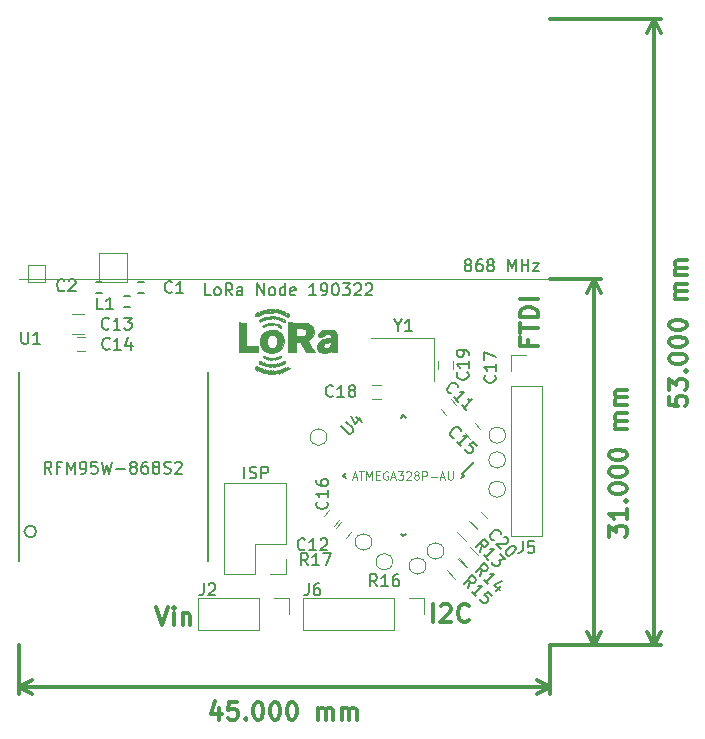
<source format=gbr>
G04 #@! TF.GenerationSoftware,KiCad,Pcbnew,(5.0.2)-1*
G04 #@! TF.CreationDate,2019-03-22T14:17:17+01:00*
G04 #@! TF.ProjectId,LoRaNode,4c6f5261-4e6f-4646-952e-6b696361645f,rev?*
G04 #@! TF.SameCoordinates,Original*
G04 #@! TF.FileFunction,Legend,Top*
G04 #@! TF.FilePolarity,Positive*
%FSLAX46Y46*%
G04 Gerber Fmt 4.6, Leading zero omitted, Abs format (unit mm)*
G04 Created by KiCad (PCBNEW (5.0.2)-1) date 03/22/19 14:17:17*
%MOMM*%
%LPD*%
G01*
G04 APERTURE LIST*
%ADD10C,0.300000*%
%ADD11C,0.200000*%
%ADD12C,0.100000*%
%ADD13C,0.120000*%
%ADD14C,0.150000*%
%ADD15C,0.010000*%
%ADD16C,0.125000*%
G04 APERTURE END LIST*
D10*
X138672285Y-115764571D02*
X139172285Y-117264571D01*
X139672285Y-115764571D01*
X140172285Y-117264571D02*
X140172285Y-116264571D01*
X140172285Y-115764571D02*
X140100857Y-115836000D01*
X140172285Y-115907428D01*
X140243714Y-115836000D01*
X140172285Y-115764571D01*
X140172285Y-115907428D01*
X140886571Y-116264571D02*
X140886571Y-117264571D01*
X140886571Y-116407428D02*
X140958000Y-116336000D01*
X141100857Y-116264571D01*
X141315142Y-116264571D01*
X141458000Y-116336000D01*
X141529428Y-116478857D01*
X141529428Y-117264571D01*
X162111714Y-117010571D02*
X162111714Y-115510571D01*
X162754571Y-115653428D02*
X162826000Y-115582000D01*
X162968857Y-115510571D01*
X163326000Y-115510571D01*
X163468857Y-115582000D01*
X163540285Y-115653428D01*
X163611714Y-115796285D01*
X163611714Y-115939142D01*
X163540285Y-116153428D01*
X162683142Y-117010571D01*
X163611714Y-117010571D01*
X165111714Y-116867714D02*
X165040285Y-116939142D01*
X164826000Y-117010571D01*
X164683142Y-117010571D01*
X164468857Y-116939142D01*
X164326000Y-116796285D01*
X164254571Y-116653428D01*
X164183142Y-116367714D01*
X164183142Y-116153428D01*
X164254571Y-115867714D01*
X164326000Y-115724857D01*
X164468857Y-115582000D01*
X164683142Y-115510571D01*
X164826000Y-115510571D01*
X165040285Y-115582000D01*
X165111714Y-115653428D01*
D11*
X143288571Y-89352380D02*
X142812380Y-89352380D01*
X142812380Y-88352380D01*
X143764761Y-89352380D02*
X143669523Y-89304761D01*
X143621904Y-89257142D01*
X143574285Y-89161904D01*
X143574285Y-88876190D01*
X143621904Y-88780952D01*
X143669523Y-88733333D01*
X143764761Y-88685714D01*
X143907619Y-88685714D01*
X144002857Y-88733333D01*
X144050476Y-88780952D01*
X144098095Y-88876190D01*
X144098095Y-89161904D01*
X144050476Y-89257142D01*
X144002857Y-89304761D01*
X143907619Y-89352380D01*
X143764761Y-89352380D01*
X145098095Y-89352380D02*
X144764761Y-88876190D01*
X144526666Y-89352380D02*
X144526666Y-88352380D01*
X144907619Y-88352380D01*
X145002857Y-88400000D01*
X145050476Y-88447619D01*
X145098095Y-88542857D01*
X145098095Y-88685714D01*
X145050476Y-88780952D01*
X145002857Y-88828571D01*
X144907619Y-88876190D01*
X144526666Y-88876190D01*
X145955238Y-89352380D02*
X145955238Y-88828571D01*
X145907619Y-88733333D01*
X145812380Y-88685714D01*
X145621904Y-88685714D01*
X145526666Y-88733333D01*
X145955238Y-89304761D02*
X145860000Y-89352380D01*
X145621904Y-89352380D01*
X145526666Y-89304761D01*
X145479047Y-89209523D01*
X145479047Y-89114285D01*
X145526666Y-89019047D01*
X145621904Y-88971428D01*
X145860000Y-88971428D01*
X145955238Y-88923809D01*
X147193333Y-89352380D02*
X147193333Y-88352380D01*
X147764761Y-89352380D01*
X147764761Y-88352380D01*
X148383809Y-89352380D02*
X148288571Y-89304761D01*
X148240952Y-89257142D01*
X148193333Y-89161904D01*
X148193333Y-88876190D01*
X148240952Y-88780952D01*
X148288571Y-88733333D01*
X148383809Y-88685714D01*
X148526666Y-88685714D01*
X148621904Y-88733333D01*
X148669523Y-88780952D01*
X148717142Y-88876190D01*
X148717142Y-89161904D01*
X148669523Y-89257142D01*
X148621904Y-89304761D01*
X148526666Y-89352380D01*
X148383809Y-89352380D01*
X149574285Y-89352380D02*
X149574285Y-88352380D01*
X149574285Y-89304761D02*
X149479047Y-89352380D01*
X149288571Y-89352380D01*
X149193333Y-89304761D01*
X149145714Y-89257142D01*
X149098095Y-89161904D01*
X149098095Y-88876190D01*
X149145714Y-88780952D01*
X149193333Y-88733333D01*
X149288571Y-88685714D01*
X149479047Y-88685714D01*
X149574285Y-88733333D01*
X150431428Y-89304761D02*
X150336190Y-89352380D01*
X150145714Y-89352380D01*
X150050476Y-89304761D01*
X150002857Y-89209523D01*
X150002857Y-88828571D01*
X150050476Y-88733333D01*
X150145714Y-88685714D01*
X150336190Y-88685714D01*
X150431428Y-88733333D01*
X150479047Y-88828571D01*
X150479047Y-88923809D01*
X150002857Y-89019047D01*
X152193333Y-89352380D02*
X151621904Y-89352380D01*
X151907619Y-89352380D02*
X151907619Y-88352380D01*
X151812380Y-88495238D01*
X151717142Y-88590476D01*
X151621904Y-88638095D01*
X152669523Y-89352380D02*
X152860000Y-89352380D01*
X152955238Y-89304761D01*
X153002857Y-89257142D01*
X153098095Y-89114285D01*
X153145714Y-88923809D01*
X153145714Y-88542857D01*
X153098095Y-88447619D01*
X153050476Y-88400000D01*
X152955238Y-88352380D01*
X152764761Y-88352380D01*
X152669523Y-88400000D01*
X152621904Y-88447619D01*
X152574285Y-88542857D01*
X152574285Y-88780952D01*
X152621904Y-88876190D01*
X152669523Y-88923809D01*
X152764761Y-88971428D01*
X152955238Y-88971428D01*
X153050476Y-88923809D01*
X153098095Y-88876190D01*
X153145714Y-88780952D01*
X153764761Y-88352380D02*
X153860000Y-88352380D01*
X153955238Y-88400000D01*
X154002857Y-88447619D01*
X154050476Y-88542857D01*
X154098095Y-88733333D01*
X154098095Y-88971428D01*
X154050476Y-89161904D01*
X154002857Y-89257142D01*
X153955238Y-89304761D01*
X153860000Y-89352380D01*
X153764761Y-89352380D01*
X153669523Y-89304761D01*
X153621904Y-89257142D01*
X153574285Y-89161904D01*
X153526666Y-88971428D01*
X153526666Y-88733333D01*
X153574285Y-88542857D01*
X153621904Y-88447619D01*
X153669523Y-88400000D01*
X153764761Y-88352380D01*
X154431428Y-88352380D02*
X155050476Y-88352380D01*
X154717142Y-88733333D01*
X154859999Y-88733333D01*
X154955238Y-88780952D01*
X155002857Y-88828571D01*
X155050476Y-88923809D01*
X155050476Y-89161904D01*
X155002857Y-89257142D01*
X154955238Y-89304761D01*
X154859999Y-89352380D01*
X154574285Y-89352380D01*
X154479047Y-89304761D01*
X154431428Y-89257142D01*
X155431428Y-88447619D02*
X155479047Y-88400000D01*
X155574285Y-88352380D01*
X155812380Y-88352380D01*
X155907619Y-88400000D01*
X155955238Y-88447619D01*
X156002857Y-88542857D01*
X156002857Y-88638095D01*
X155955238Y-88780952D01*
X155383809Y-89352380D01*
X156002857Y-89352380D01*
X156383809Y-88447619D02*
X156431428Y-88400000D01*
X156526666Y-88352380D01*
X156764761Y-88352380D01*
X156859999Y-88400000D01*
X156907619Y-88447619D01*
X156955238Y-88542857D01*
X156955238Y-88638095D01*
X156907619Y-88780952D01*
X156336190Y-89352380D01*
X156955238Y-89352380D01*
X164965428Y-86748952D02*
X164870190Y-86701333D01*
X164822571Y-86653714D01*
X164774952Y-86558476D01*
X164774952Y-86510857D01*
X164822571Y-86415619D01*
X164870190Y-86368000D01*
X164965428Y-86320380D01*
X165155904Y-86320380D01*
X165251142Y-86368000D01*
X165298761Y-86415619D01*
X165346380Y-86510857D01*
X165346380Y-86558476D01*
X165298761Y-86653714D01*
X165251142Y-86701333D01*
X165155904Y-86748952D01*
X164965428Y-86748952D01*
X164870190Y-86796571D01*
X164822571Y-86844190D01*
X164774952Y-86939428D01*
X164774952Y-87129904D01*
X164822571Y-87225142D01*
X164870190Y-87272761D01*
X164965428Y-87320380D01*
X165155904Y-87320380D01*
X165251142Y-87272761D01*
X165298761Y-87225142D01*
X165346380Y-87129904D01*
X165346380Y-86939428D01*
X165298761Y-86844190D01*
X165251142Y-86796571D01*
X165155904Y-86748952D01*
X166203523Y-86320380D02*
X166013047Y-86320380D01*
X165917809Y-86368000D01*
X165870190Y-86415619D01*
X165774952Y-86558476D01*
X165727333Y-86748952D01*
X165727333Y-87129904D01*
X165774952Y-87225142D01*
X165822571Y-87272761D01*
X165917809Y-87320380D01*
X166108285Y-87320380D01*
X166203523Y-87272761D01*
X166251142Y-87225142D01*
X166298761Y-87129904D01*
X166298761Y-86891809D01*
X166251142Y-86796571D01*
X166203523Y-86748952D01*
X166108285Y-86701333D01*
X165917809Y-86701333D01*
X165822571Y-86748952D01*
X165774952Y-86796571D01*
X165727333Y-86891809D01*
X166870190Y-86748952D02*
X166774952Y-86701333D01*
X166727333Y-86653714D01*
X166679714Y-86558476D01*
X166679714Y-86510857D01*
X166727333Y-86415619D01*
X166774952Y-86368000D01*
X166870190Y-86320380D01*
X167060666Y-86320380D01*
X167155904Y-86368000D01*
X167203523Y-86415619D01*
X167251142Y-86510857D01*
X167251142Y-86558476D01*
X167203523Y-86653714D01*
X167155904Y-86701333D01*
X167060666Y-86748952D01*
X166870190Y-86748952D01*
X166774952Y-86796571D01*
X166727333Y-86844190D01*
X166679714Y-86939428D01*
X166679714Y-87129904D01*
X166727333Y-87225142D01*
X166774952Y-87272761D01*
X166870190Y-87320380D01*
X167060666Y-87320380D01*
X167155904Y-87272761D01*
X167203523Y-87225142D01*
X167251142Y-87129904D01*
X167251142Y-86939428D01*
X167203523Y-86844190D01*
X167155904Y-86796571D01*
X167060666Y-86748952D01*
X168441619Y-87320380D02*
X168441619Y-86320380D01*
X168774952Y-87034666D01*
X169108285Y-86320380D01*
X169108285Y-87320380D01*
X169584476Y-87320380D02*
X169584476Y-86320380D01*
X169584476Y-86796571D02*
X170155904Y-86796571D01*
X170155904Y-87320380D02*
X170155904Y-86320380D01*
X170536857Y-86653714D02*
X171060666Y-86653714D01*
X170536857Y-87320380D01*
X171060666Y-87320380D01*
D10*
X182078571Y-97928571D02*
X182078571Y-98642857D01*
X182792857Y-98714285D01*
X182721428Y-98642857D01*
X182650000Y-98500000D01*
X182650000Y-98142857D01*
X182721428Y-98000000D01*
X182792857Y-97928571D01*
X182935714Y-97857142D01*
X183292857Y-97857142D01*
X183435714Y-97928571D01*
X183507142Y-98000000D01*
X183578571Y-98142857D01*
X183578571Y-98500000D01*
X183507142Y-98642857D01*
X183435714Y-98714285D01*
X182078571Y-97357142D02*
X182078571Y-96428571D01*
X182650000Y-96928571D01*
X182650000Y-96714285D01*
X182721428Y-96571428D01*
X182792857Y-96500000D01*
X182935714Y-96428571D01*
X183292857Y-96428571D01*
X183435714Y-96500000D01*
X183507142Y-96571428D01*
X183578571Y-96714285D01*
X183578571Y-97142857D01*
X183507142Y-97285714D01*
X183435714Y-97357142D01*
X183435714Y-95785714D02*
X183507142Y-95714285D01*
X183578571Y-95785714D01*
X183507142Y-95857142D01*
X183435714Y-95785714D01*
X183578571Y-95785714D01*
X182078571Y-94785714D02*
X182078571Y-94642857D01*
X182150000Y-94500000D01*
X182221428Y-94428571D01*
X182364285Y-94357142D01*
X182650000Y-94285714D01*
X183007142Y-94285714D01*
X183292857Y-94357142D01*
X183435714Y-94428571D01*
X183507142Y-94500000D01*
X183578571Y-94642857D01*
X183578571Y-94785714D01*
X183507142Y-94928571D01*
X183435714Y-95000000D01*
X183292857Y-95071428D01*
X183007142Y-95142857D01*
X182650000Y-95142857D01*
X182364285Y-95071428D01*
X182221428Y-95000000D01*
X182150000Y-94928571D01*
X182078571Y-94785714D01*
X182078571Y-93357142D02*
X182078571Y-93214285D01*
X182150000Y-93071428D01*
X182221428Y-93000000D01*
X182364285Y-92928571D01*
X182650000Y-92857142D01*
X183007142Y-92857142D01*
X183292857Y-92928571D01*
X183435714Y-93000000D01*
X183507142Y-93071428D01*
X183578571Y-93214285D01*
X183578571Y-93357142D01*
X183507142Y-93500000D01*
X183435714Y-93571428D01*
X183292857Y-93642857D01*
X183007142Y-93714285D01*
X182650000Y-93714285D01*
X182364285Y-93642857D01*
X182221428Y-93571428D01*
X182150000Y-93500000D01*
X182078571Y-93357142D01*
X182078571Y-91928571D02*
X182078571Y-91785714D01*
X182150000Y-91642857D01*
X182221428Y-91571428D01*
X182364285Y-91500000D01*
X182650000Y-91428571D01*
X183007142Y-91428571D01*
X183292857Y-91500000D01*
X183435714Y-91571428D01*
X183507142Y-91642857D01*
X183578571Y-91785714D01*
X183578571Y-91928571D01*
X183507142Y-92071428D01*
X183435714Y-92142857D01*
X183292857Y-92214285D01*
X183007142Y-92285714D01*
X182650000Y-92285714D01*
X182364285Y-92214285D01*
X182221428Y-92142857D01*
X182150000Y-92071428D01*
X182078571Y-91928571D01*
X183578571Y-89642857D02*
X182578571Y-89642857D01*
X182721428Y-89642857D02*
X182650000Y-89571428D01*
X182578571Y-89428571D01*
X182578571Y-89214285D01*
X182650000Y-89071428D01*
X182792857Y-89000000D01*
X183578571Y-89000000D01*
X182792857Y-89000000D02*
X182650000Y-88928571D01*
X182578571Y-88785714D01*
X182578571Y-88571428D01*
X182650000Y-88428571D01*
X182792857Y-88357142D01*
X183578571Y-88357142D01*
X183578571Y-87642857D02*
X182578571Y-87642857D01*
X182721428Y-87642857D02*
X182650000Y-87571428D01*
X182578571Y-87428571D01*
X182578571Y-87214285D01*
X182650000Y-87071428D01*
X182792857Y-87000000D01*
X183578571Y-87000000D01*
X182792857Y-87000000D02*
X182650000Y-86928571D01*
X182578571Y-86785714D01*
X182578571Y-86571428D01*
X182650000Y-86428571D01*
X182792857Y-86357142D01*
X183578571Y-86357142D01*
X180800000Y-119000000D02*
X180800000Y-66000000D01*
X172000000Y-119000000D02*
X181386421Y-119000000D01*
X172000000Y-66000000D02*
X181386421Y-66000000D01*
X180800000Y-66000000D02*
X181386421Y-67126504D01*
X180800000Y-66000000D02*
X180213579Y-67126504D01*
X180800000Y-119000000D02*
X181386421Y-117873496D01*
X180800000Y-119000000D02*
X180213579Y-117873496D01*
X176978571Y-109785714D02*
X176978571Y-108857142D01*
X177550000Y-109357142D01*
X177550000Y-109142857D01*
X177621428Y-109000000D01*
X177692857Y-108928571D01*
X177835714Y-108857142D01*
X178192857Y-108857142D01*
X178335714Y-108928571D01*
X178407142Y-109000000D01*
X178478571Y-109142857D01*
X178478571Y-109571428D01*
X178407142Y-109714285D01*
X178335714Y-109785714D01*
X178478571Y-107428571D02*
X178478571Y-108285714D01*
X178478571Y-107857142D02*
X176978571Y-107857142D01*
X177192857Y-108000000D01*
X177335714Y-108142857D01*
X177407142Y-108285714D01*
X178335714Y-106785714D02*
X178407142Y-106714285D01*
X178478571Y-106785714D01*
X178407142Y-106857142D01*
X178335714Y-106785714D01*
X178478571Y-106785714D01*
X176978571Y-105785714D02*
X176978571Y-105642857D01*
X177050000Y-105500000D01*
X177121428Y-105428571D01*
X177264285Y-105357142D01*
X177550000Y-105285714D01*
X177907142Y-105285714D01*
X178192857Y-105357142D01*
X178335714Y-105428571D01*
X178407142Y-105500000D01*
X178478571Y-105642857D01*
X178478571Y-105785714D01*
X178407142Y-105928571D01*
X178335714Y-106000000D01*
X178192857Y-106071428D01*
X177907142Y-106142857D01*
X177550000Y-106142857D01*
X177264285Y-106071428D01*
X177121428Y-106000000D01*
X177050000Y-105928571D01*
X176978571Y-105785714D01*
X176978571Y-104357142D02*
X176978571Y-104214285D01*
X177050000Y-104071428D01*
X177121428Y-104000000D01*
X177264285Y-103928571D01*
X177550000Y-103857142D01*
X177907142Y-103857142D01*
X178192857Y-103928571D01*
X178335714Y-104000000D01*
X178407142Y-104071428D01*
X178478571Y-104214285D01*
X178478571Y-104357142D01*
X178407142Y-104500000D01*
X178335714Y-104571428D01*
X178192857Y-104642857D01*
X177907142Y-104714285D01*
X177550000Y-104714285D01*
X177264285Y-104642857D01*
X177121428Y-104571428D01*
X177050000Y-104500000D01*
X176978571Y-104357142D01*
X176978571Y-102928571D02*
X176978571Y-102785714D01*
X177050000Y-102642857D01*
X177121428Y-102571428D01*
X177264285Y-102500000D01*
X177550000Y-102428571D01*
X177907142Y-102428571D01*
X178192857Y-102500000D01*
X178335714Y-102571428D01*
X178407142Y-102642857D01*
X178478571Y-102785714D01*
X178478571Y-102928571D01*
X178407142Y-103071428D01*
X178335714Y-103142857D01*
X178192857Y-103214285D01*
X177907142Y-103285714D01*
X177550000Y-103285714D01*
X177264285Y-103214285D01*
X177121428Y-103142857D01*
X177050000Y-103071428D01*
X176978571Y-102928571D01*
X178478571Y-100642857D02*
X177478571Y-100642857D01*
X177621428Y-100642857D02*
X177550000Y-100571428D01*
X177478571Y-100428571D01*
X177478571Y-100214285D01*
X177550000Y-100071428D01*
X177692857Y-100000000D01*
X178478571Y-100000000D01*
X177692857Y-100000000D02*
X177550000Y-99928571D01*
X177478571Y-99785714D01*
X177478571Y-99571428D01*
X177550000Y-99428571D01*
X177692857Y-99357142D01*
X178478571Y-99357142D01*
X178478571Y-98642857D02*
X177478571Y-98642857D01*
X177621428Y-98642857D02*
X177550000Y-98571428D01*
X177478571Y-98428571D01*
X177478571Y-98214285D01*
X177550000Y-98071428D01*
X177692857Y-98000000D01*
X178478571Y-98000000D01*
X177692857Y-98000000D02*
X177550000Y-97928571D01*
X177478571Y-97785714D01*
X177478571Y-97571428D01*
X177550000Y-97428571D01*
X177692857Y-97357142D01*
X178478571Y-97357142D01*
X175700000Y-119000000D02*
X175700000Y-88000000D01*
X172000000Y-119000000D02*
X176286421Y-119000000D01*
X172000000Y-88000000D02*
X176286421Y-88000000D01*
X175700000Y-88000000D02*
X176286421Y-89126504D01*
X175700000Y-88000000D02*
X175113579Y-89126504D01*
X175700000Y-119000000D02*
X176286421Y-117873496D01*
X175700000Y-119000000D02*
X175113579Y-117873496D01*
X144000000Y-124278570D02*
X144000000Y-125278570D01*
X143642857Y-123707141D02*
X143285714Y-124778570D01*
X144214285Y-124778570D01*
X145500000Y-123778570D02*
X144785714Y-123778570D01*
X144714285Y-124492856D01*
X144785714Y-124421427D01*
X144928571Y-124349999D01*
X145285714Y-124349999D01*
X145428571Y-124421427D01*
X145500000Y-124492856D01*
X145571428Y-124635713D01*
X145571428Y-124992856D01*
X145500000Y-125135713D01*
X145428571Y-125207141D01*
X145285714Y-125278570D01*
X144928571Y-125278570D01*
X144785714Y-125207141D01*
X144714285Y-125135713D01*
X146214285Y-125135713D02*
X146285714Y-125207141D01*
X146214285Y-125278570D01*
X146142857Y-125207141D01*
X146214285Y-125135713D01*
X146214285Y-125278570D01*
X147214285Y-123778570D02*
X147357142Y-123778570D01*
X147500000Y-123849999D01*
X147571428Y-123921427D01*
X147642857Y-124064284D01*
X147714285Y-124349999D01*
X147714285Y-124707141D01*
X147642857Y-124992856D01*
X147571428Y-125135713D01*
X147500000Y-125207141D01*
X147357142Y-125278570D01*
X147214285Y-125278570D01*
X147071428Y-125207141D01*
X147000000Y-125135713D01*
X146928571Y-124992856D01*
X146857142Y-124707141D01*
X146857142Y-124349999D01*
X146928571Y-124064284D01*
X147000000Y-123921427D01*
X147071428Y-123849999D01*
X147214285Y-123778570D01*
X148642857Y-123778570D02*
X148785714Y-123778570D01*
X148928571Y-123849999D01*
X149000000Y-123921427D01*
X149071428Y-124064284D01*
X149142857Y-124349999D01*
X149142857Y-124707141D01*
X149071428Y-124992856D01*
X149000000Y-125135713D01*
X148928571Y-125207141D01*
X148785714Y-125278570D01*
X148642857Y-125278570D01*
X148500000Y-125207141D01*
X148428571Y-125135713D01*
X148357142Y-124992856D01*
X148285714Y-124707141D01*
X148285714Y-124349999D01*
X148357142Y-124064284D01*
X148428571Y-123921427D01*
X148500000Y-123849999D01*
X148642857Y-123778570D01*
X150071428Y-123778570D02*
X150214285Y-123778570D01*
X150357142Y-123849999D01*
X150428571Y-123921427D01*
X150500000Y-124064284D01*
X150571428Y-124349999D01*
X150571428Y-124707141D01*
X150500000Y-124992856D01*
X150428571Y-125135713D01*
X150357142Y-125207141D01*
X150214285Y-125278570D01*
X150071428Y-125278570D01*
X149928571Y-125207141D01*
X149857142Y-125135713D01*
X149785714Y-124992856D01*
X149714285Y-124707141D01*
X149714285Y-124349999D01*
X149785714Y-124064284D01*
X149857142Y-123921427D01*
X149928571Y-123849999D01*
X150071428Y-123778570D01*
X152357142Y-125278570D02*
X152357142Y-124278570D01*
X152357142Y-124421427D02*
X152428571Y-124349999D01*
X152571428Y-124278570D01*
X152785714Y-124278570D01*
X152928571Y-124349999D01*
X153000000Y-124492856D01*
X153000000Y-125278570D01*
X153000000Y-124492856D02*
X153071428Y-124349999D01*
X153214285Y-124278570D01*
X153428571Y-124278570D01*
X153571428Y-124349999D01*
X153642857Y-124492856D01*
X153642857Y-125278570D01*
X154357142Y-125278570D02*
X154357142Y-124278570D01*
X154357142Y-124421427D02*
X154428571Y-124349999D01*
X154571428Y-124278570D01*
X154785714Y-124278570D01*
X154928571Y-124349999D01*
X155000000Y-124492856D01*
X155000000Y-125278570D01*
X155000000Y-124492856D02*
X155071428Y-124349999D01*
X155214285Y-124278570D01*
X155428571Y-124278570D01*
X155571428Y-124349999D01*
X155642857Y-124492856D01*
X155642857Y-125278570D01*
X127000000Y-122499999D02*
X172000000Y-122499999D01*
X127000000Y-119000000D02*
X127000000Y-123086420D01*
X172000000Y-119000000D02*
X172000000Y-123086420D01*
X172000000Y-122499999D02*
X170873496Y-123086420D01*
X172000000Y-122499999D02*
X170873496Y-121913578D01*
X127000000Y-122499999D02*
X128126504Y-123086420D01*
X127000000Y-122499999D02*
X128126504Y-121913578D01*
D12*
X127000000Y-88000000D02*
X172000000Y-88000000D01*
D10*
X170150857Y-93134285D02*
X170150857Y-93634285D01*
X170936571Y-93634285D02*
X169436571Y-93634285D01*
X169436571Y-92920000D01*
X169436571Y-92562857D02*
X169436571Y-91705714D01*
X170936571Y-92134285D02*
X169436571Y-92134285D01*
X170936571Y-91205714D02*
X169436571Y-91205714D01*
X169436571Y-90848571D01*
X169508000Y-90634285D01*
X169650857Y-90491428D01*
X169793714Y-90420000D01*
X170079428Y-90348571D01*
X170293714Y-90348571D01*
X170579428Y-90420000D01*
X170722285Y-90491428D01*
X170865142Y-90634285D01*
X170936571Y-90848571D01*
X170936571Y-91205714D01*
X170936571Y-89705714D02*
X169436571Y-89705714D01*
D13*
G04 #@! TO.C,J6*
X161350000Y-115002000D02*
X161350000Y-116332000D01*
X160020000Y-115002000D02*
X161350000Y-115002000D01*
X158750000Y-115002000D02*
X158750000Y-117662000D01*
X158750000Y-117662000D02*
X151070000Y-117662000D01*
X158750000Y-115002000D02*
X151070000Y-115002000D01*
X151070000Y-115002000D02*
X151070000Y-117662000D01*
D14*
G04 #@! TO.C,U1*
X128500000Y-109350000D02*
G75*
G03X128500000Y-109350000I-500000J0D01*
G01*
X143000000Y-111850000D02*
X143000000Y-95850000D01*
X127000000Y-111850000D02*
X127000000Y-95850000D01*
D13*
G04 #@! TO.C,C15*
X165608777Y-100142249D02*
X166103751Y-100637223D01*
X165255223Y-101485751D02*
X164760249Y-100990777D01*
D14*
G04 #@! TO.C,C1*
X137650000Y-88225000D02*
X137150000Y-88225000D01*
X137150000Y-89175000D02*
X137650000Y-89175000D01*
G04 #@! TO.C,C2*
X134050000Y-88225000D02*
X133550000Y-88225000D01*
X133550000Y-89175000D02*
X134050000Y-89175000D01*
G04 #@! TO.C,L1*
X135950000Y-90341000D02*
X136450000Y-90341000D01*
X136450000Y-89391000D02*
X135950000Y-89391000D01*
D13*
G04 #@! TO.C,C11*
X163223223Y-99453751D02*
X162728249Y-98958777D01*
X163576777Y-98110249D02*
X164071751Y-98605223D01*
G04 #@! TO.C,C12*
X155181751Y-109372777D02*
X154686777Y-109867751D01*
X153838249Y-109019223D02*
X154333223Y-108524249D01*
G04 #@! TO.C,C13*
X132500000Y-90950000D02*
X131500000Y-90950000D01*
X131500000Y-92650000D02*
X132500000Y-92650000D01*
G04 #@! TO.C,C14*
X132650000Y-94100000D02*
X131950000Y-94100000D01*
X131950000Y-92900000D02*
X132650000Y-92900000D01*
G04 #@! TO.C,C16*
X152822249Y-108003223D02*
X153317223Y-107508249D01*
X154165751Y-108356777D02*
X153670777Y-108851751D01*
G04 #@! TO.C,C18*
X157654000Y-98112000D02*
X156954000Y-98112000D01*
X156954000Y-96912000D02*
X157654000Y-96912000D01*
G04 #@! TO.C,C19*
X163746000Y-94876000D02*
X163746000Y-95576000D01*
X162546000Y-95576000D02*
X162546000Y-94876000D01*
G04 #@! TO.C,C20*
X165813723Y-109016751D02*
X165318749Y-108521777D01*
X166167277Y-107673249D02*
X166662251Y-108168223D01*
G04 #@! TO.C,J4*
X149630000Y-112970000D02*
X148300000Y-112970000D01*
X149630000Y-111640000D02*
X149630000Y-112970000D01*
X147030000Y-112970000D02*
X144430000Y-112970000D01*
X147030000Y-110370000D02*
X147030000Y-112970000D01*
X149630000Y-110370000D02*
X147030000Y-110370000D01*
X144430000Y-112970000D02*
X144430000Y-105230000D01*
X149630000Y-110370000D02*
X149630000Y-105230000D01*
X149630000Y-105230000D02*
X144430000Y-105230000D01*
G04 #@! TO.C,J5*
X168674000Y-94404000D02*
X170004000Y-94404000D01*
X168674000Y-95734000D02*
X168674000Y-94404000D01*
X168674000Y-97004000D02*
X171334000Y-97004000D01*
X171334000Y-97004000D02*
X171334000Y-109764000D01*
X168674000Y-97004000D02*
X168674000Y-109764000D01*
X168674000Y-109764000D02*
X171334000Y-109764000D01*
G04 #@! TO.C,R13*
X164847221Y-110131886D02*
X164140114Y-109424779D01*
X165101779Y-108463114D02*
X165808886Y-109170221D01*
D14*
G04 #@! TO.C,U4*
X164557425Y-104464901D02*
X165565052Y-103457274D01*
X159590000Y-109750524D02*
X159819810Y-109520714D01*
X154463476Y-104624000D02*
X154693286Y-104394190D01*
X159590000Y-99497476D02*
X159360190Y-99727286D01*
X164716524Y-104624000D02*
X164486714Y-104853810D01*
X159590000Y-99497476D02*
X159819810Y-99727286D01*
X154463476Y-104624000D02*
X154693286Y-104853810D01*
X159590000Y-109750524D02*
X159360190Y-109520714D01*
X164716524Y-104624000D02*
X164557425Y-104464901D01*
D13*
G04 #@! TO.C,Y1*
X162140432Y-92950024D02*
X156840432Y-92950024D01*
X162140432Y-96650024D02*
X162140432Y-92950024D01*
G04 #@! TO.C,R14*
X165227279Y-110671614D02*
X165934386Y-111378721D01*
X164972721Y-112340386D02*
X164265614Y-111633279D01*
G04 #@! TO.C,R15*
X163956721Y-113356386D02*
X163249614Y-112649279D01*
X164211279Y-111687614D02*
X164918386Y-112394721D01*
G04 #@! TO.C,J9*
X168214500Y-103290500D02*
G75*
G03X168214500Y-103290500I-700000J0D01*
G01*
G04 #@! TO.C,J10*
X168227500Y-101195000D02*
G75*
G03X168227500Y-101195000I-700000J0D01*
G01*
G04 #@! TO.C,J11*
X158662600Y-111912400D02*
G75*
G03X158662600Y-111912400I-700000J0D01*
G01*
G04 #@! TO.C,J12*
X161482000Y-112268000D02*
G75*
G03X161482000Y-112268000I-700000J0D01*
G01*
G04 #@! TO.C,J13*
X163006000Y-110998000D02*
G75*
G03X163006000Y-110998000I-700000J0D01*
G01*
G04 #@! TO.C,J14*
X153100000Y-101360000D02*
G75*
G03X153100000Y-101360000I-700000J0D01*
G01*
G04 #@! TO.C,J2*
X142180000Y-115002000D02*
X142180000Y-117662000D01*
X147320000Y-115002000D02*
X142180000Y-115002000D01*
X147320000Y-117662000D02*
X142180000Y-117662000D01*
X147320000Y-115002000D02*
X147320000Y-117662000D01*
X148590000Y-115002000D02*
X149920000Y-115002000D01*
X149920000Y-115002000D02*
X149920000Y-116332000D01*
G04 #@! TO.C,J1*
X133800000Y-85800000D02*
X136200000Y-85800000D01*
X136200000Y-85800000D02*
X136200000Y-88200000D01*
X136200000Y-88200000D02*
X133800000Y-88200000D01*
X133800000Y-88200000D02*
X133800000Y-85800000D01*
G04 #@! TO.C,J3*
X127800000Y-86800000D02*
X129200000Y-86800000D01*
X129200000Y-86800000D02*
X129200000Y-88200000D01*
X129200000Y-88200000D02*
X127800000Y-88200000D01*
X127800000Y-88200000D02*
X127800000Y-86800000D01*
D15*
G04 #@! TO.C,G\002A\002A\002A*
G36*
X147174537Y-95351949D02*
X147201955Y-95382546D01*
X147265686Y-95435400D01*
X147293464Y-95435068D01*
X147349184Y-95433365D01*
X147409798Y-95497342D01*
X147450641Y-95595470D01*
X147456000Y-95642820D01*
X147471693Y-95735308D01*
X147499755Y-95763600D01*
X147505387Y-95754304D01*
X147588744Y-95754304D01*
X147603790Y-95792119D01*
X147636034Y-95797466D01*
X147702384Y-95789671D01*
X147710000Y-95783531D01*
X147672162Y-95743881D01*
X147607102Y-95740250D01*
X147588744Y-95754304D01*
X147505387Y-95754304D01*
X147525940Y-95720380D01*
X147526099Y-95623900D01*
X147515445Y-95528573D01*
X147524233Y-95530892D01*
X147553480Y-95611200D01*
X147586344Y-95691865D01*
X147601772Y-95680398D01*
X147606906Y-95636600D01*
X147615540Y-95535000D01*
X147659200Y-95636600D01*
X147693927Y-95691945D01*
X147706429Y-95664990D01*
X147724755Y-95630025D01*
X147779174Y-95681273D01*
X147786324Y-95690390D01*
X147841555Y-95758294D01*
X147848533Y-95744684D01*
X147832332Y-95687400D01*
X147823423Y-95627238D01*
X147844907Y-95640345D01*
X147922622Y-95677265D01*
X148034213Y-95685931D01*
X148151903Y-95700595D01*
X148205980Y-95774309D01*
X148207848Y-95781065D01*
X148231789Y-95854675D01*
X148255410Y-95831505D01*
X148273764Y-95786279D01*
X148304438Y-95716555D01*
X148315944Y-95742782D01*
X148319600Y-95789000D01*
X148326740Y-95890600D01*
X148370400Y-95789000D01*
X148414059Y-95687400D01*
X148421200Y-95789000D01*
X148428340Y-95890600D01*
X148472000Y-95789000D01*
X148515659Y-95687400D01*
X148522800Y-95789000D01*
X148529940Y-95890600D01*
X148577951Y-95789000D01*
X148608074Y-95735914D01*
X148611616Y-95770220D01*
X148601796Y-95839800D01*
X148592344Y-95927334D01*
X148601443Y-95938110D01*
X148603634Y-95933544D01*
X148668504Y-95897636D01*
X148779418Y-95898494D01*
X148885785Y-95900146D01*
X148929199Y-95869898D01*
X148929200Y-95869844D01*
X148891704Y-95840276D01*
X148847847Y-95848806D01*
X148787493Y-95849915D01*
X148786166Y-95814033D01*
X149034520Y-95814033D01*
X149065691Y-95779395D01*
X149076954Y-95763600D01*
X149120229Y-95713103D01*
X149131976Y-95749102D01*
X149132400Y-95763600D01*
X149140565Y-95814175D01*
X149174963Y-95776214D01*
X149183200Y-95763600D01*
X149223017Y-95713024D01*
X149233657Y-95750985D01*
X149234000Y-95763600D01*
X149242165Y-95814175D01*
X149276563Y-95776214D01*
X149284800Y-95763600D01*
X149324617Y-95713024D01*
X149335257Y-95750985D01*
X149335600Y-95763600D01*
X149353713Y-95805858D01*
X149374477Y-95789000D01*
X149454568Y-95732307D01*
X149488000Y-95721397D01*
X149580862Y-95664887D01*
X149603105Y-95635569D01*
X149679622Y-95584952D01*
X149731919Y-95583858D01*
X149807608Y-95564653D01*
X149821828Y-95510679D01*
X149790062Y-95441787D01*
X149718446Y-95440539D01*
X149642506Y-95506454D01*
X149638190Y-95513174D01*
X149553958Y-95576704D01*
X149489852Y-95592150D01*
X149393510Y-95602916D01*
X149361000Y-95611200D01*
X149293149Y-95634432D01*
X149284800Y-95636600D01*
X149213253Y-95659832D01*
X149208600Y-95662000D01*
X149140203Y-95678963D01*
X149123933Y-95681050D01*
X149059515Y-95728768D01*
X149043865Y-95763600D01*
X149034520Y-95814033D01*
X148786166Y-95814033D01*
X148785043Y-95783712D01*
X148800005Y-95763600D01*
X148827600Y-95763600D01*
X148846186Y-95805414D01*
X148861466Y-95797466D01*
X148864881Y-95763600D01*
X148929200Y-95763600D01*
X148947786Y-95805414D01*
X148963066Y-95797466D01*
X148969146Y-95737178D01*
X148963066Y-95729733D01*
X148932866Y-95736706D01*
X148929200Y-95763600D01*
X148864881Y-95763600D01*
X148867546Y-95737178D01*
X148861466Y-95729733D01*
X148831266Y-95736706D01*
X148827600Y-95763600D01*
X148800005Y-95763600D01*
X148846541Y-95701047D01*
X148917195Y-95681050D01*
X149017901Y-95670927D01*
X149056200Y-95662000D01*
X149119700Y-95642172D01*
X149193381Y-95611081D01*
X149221300Y-95594724D01*
X149277107Y-95577441D01*
X149284800Y-95589022D01*
X149316187Y-95590927D01*
X149361000Y-95560400D01*
X149422578Y-95527599D01*
X149437977Y-95541479D01*
X149459835Y-95545035D01*
X149488000Y-95509600D01*
X149527662Y-95459903D01*
X149537868Y-95498764D01*
X149538022Y-95508203D01*
X149556588Y-95538666D01*
X149612745Y-95477422D01*
X149614757Y-95474562D01*
X149699977Y-95399912D01*
X149788410Y-95382667D01*
X149847143Y-95421750D01*
X149852902Y-95482368D01*
X149859930Y-95542262D01*
X149903702Y-95530346D01*
X149942395Y-95514738D01*
X149912036Y-95562163D01*
X149901344Y-95575489D01*
X149828519Y-95632361D01*
X149787044Y-95633042D01*
X149746084Y-95645539D01*
X149741222Y-95671701D01*
X149727199Y-95705020D01*
X149691200Y-95662000D01*
X149651679Y-95613632D01*
X149641358Y-95657437D01*
X149641177Y-95669192D01*
X149597378Y-95734922D01*
X149495628Y-95793691D01*
X149378654Y-95824886D01*
X149322900Y-95822733D01*
X149287180Y-95854437D01*
X149284022Y-95877900D01*
X149266459Y-95904344D01*
X149234000Y-95865200D01*
X149194182Y-95814624D01*
X149183542Y-95852585D01*
X149183200Y-95865200D01*
X149175034Y-95915775D01*
X149140636Y-95877814D01*
X149132400Y-95865200D01*
X149093627Y-95821895D01*
X149079824Y-95871358D01*
X149078807Y-95890600D01*
X149074459Y-95992200D01*
X149030800Y-95890600D01*
X148997288Y-95824995D01*
X148985067Y-95851533D01*
X148983570Y-95877900D01*
X148947793Y-95945049D01*
X148835456Y-95971487D01*
X148814900Y-95972452D01*
X148658915Y-95978116D01*
X148468157Y-95985458D01*
X148407010Y-95987896D01*
X148262356Y-95990905D01*
X148168018Y-95987527D01*
X148149926Y-95983392D01*
X148093173Y-95964218D01*
X147982572Y-95941187D01*
X147865040Y-95923465D01*
X147824300Y-95919774D01*
X147767732Y-95890600D01*
X147913200Y-95890600D01*
X147938600Y-95916000D01*
X147964000Y-95890600D01*
X147938600Y-95865200D01*
X147913200Y-95890600D01*
X147767732Y-95890600D01*
X147765125Y-95889256D01*
X147760800Y-95873689D01*
X147801172Y-95842122D01*
X147893097Y-95843928D01*
X147992787Y-95877369D01*
X148002993Y-95883302D01*
X148090633Y-95899943D01*
X148116400Y-95890600D01*
X148162628Y-95898554D01*
X148167200Y-95921468D01*
X148183090Y-95962609D01*
X148193691Y-95957242D01*
X148195897Y-95916000D01*
X148268800Y-95916000D01*
X148287386Y-95957814D01*
X148302666Y-95949866D01*
X148306081Y-95916000D01*
X148370400Y-95916000D01*
X148388986Y-95957814D01*
X148404266Y-95949866D01*
X148407681Y-95916000D01*
X148472000Y-95916000D01*
X148490586Y-95957814D01*
X148505866Y-95949866D01*
X148511946Y-95889578D01*
X148505866Y-95882133D01*
X148475666Y-95889106D01*
X148472000Y-95916000D01*
X148407681Y-95916000D01*
X148410346Y-95889578D01*
X148404266Y-95882133D01*
X148374066Y-95889106D01*
X148370400Y-95916000D01*
X148306081Y-95916000D01*
X148308746Y-95889578D01*
X148302666Y-95882133D01*
X148272466Y-95889106D01*
X148268800Y-95916000D01*
X148195897Y-95916000D01*
X148196975Y-95895853D01*
X148171511Y-95809075D01*
X148135569Y-95737297D01*
X148120566Y-95760446D01*
X148119620Y-95776300D01*
X148093589Y-95851787D01*
X148067194Y-95865200D01*
X148039078Y-95826266D01*
X148046586Y-95776300D01*
X148060559Y-95718353D01*
X148029661Y-95750810D01*
X148020369Y-95763600D01*
X147976414Y-95814078D01*
X147964441Y-95778473D01*
X147964000Y-95763600D01*
X147954966Y-95714054D01*
X147919045Y-95756003D01*
X147916293Y-95760333D01*
X147869264Y-95807183D01*
X147805934Y-95780392D01*
X147780320Y-95760333D01*
X147723825Y-95723760D01*
X147722296Y-95740625D01*
X147726168Y-95824672D01*
X147707425Y-95867625D01*
X147668468Y-95907999D01*
X147659977Y-95877900D01*
X147635447Y-95822820D01*
X147621100Y-95820415D01*
X147483893Y-95819287D01*
X147415568Y-95750993D01*
X147399189Y-95649300D01*
X147393179Y-95484200D01*
X147354400Y-95636600D01*
X147315620Y-95789000D01*
X147304546Y-95636600D01*
X147295159Y-95534785D01*
X147281485Y-95528776D01*
X147252800Y-95611200D01*
X147212127Y-95738200D01*
X147203493Y-95611200D01*
X147193816Y-95526087D01*
X147174053Y-95535914D01*
X147151200Y-95585800D01*
X147107540Y-95687400D01*
X147103192Y-95585800D01*
X147090257Y-95521628D01*
X147055891Y-95551959D01*
X147013955Y-95591508D01*
X146983895Y-95544032D01*
X146993427Y-95467456D01*
X147009374Y-95467456D01*
X147027052Y-95486770D01*
X147123588Y-95489280D01*
X147162073Y-95484200D01*
X147303600Y-95484200D01*
X147329000Y-95509600D01*
X147354400Y-95484200D01*
X147329000Y-95458800D01*
X147303600Y-95484200D01*
X147162073Y-95484200D01*
X147207332Y-95478226D01*
X147203993Y-95436801D01*
X147193048Y-95422613D01*
X147125343Y-95383168D01*
X147068259Y-95413593D01*
X147009374Y-95467456D01*
X146993427Y-95467456D01*
X146994978Y-95455002D01*
X147045742Y-95386091D01*
X147120935Y-95331817D01*
X147174537Y-95351949D01*
X147174537Y-95351949D01*
G37*
X147174537Y-95351949D02*
X147201955Y-95382546D01*
X147265686Y-95435400D01*
X147293464Y-95435068D01*
X147349184Y-95433365D01*
X147409798Y-95497342D01*
X147450641Y-95595470D01*
X147456000Y-95642820D01*
X147471693Y-95735308D01*
X147499755Y-95763600D01*
X147505387Y-95754304D01*
X147588744Y-95754304D01*
X147603790Y-95792119D01*
X147636034Y-95797466D01*
X147702384Y-95789671D01*
X147710000Y-95783531D01*
X147672162Y-95743881D01*
X147607102Y-95740250D01*
X147588744Y-95754304D01*
X147505387Y-95754304D01*
X147525940Y-95720380D01*
X147526099Y-95623900D01*
X147515445Y-95528573D01*
X147524233Y-95530892D01*
X147553480Y-95611200D01*
X147586344Y-95691865D01*
X147601772Y-95680398D01*
X147606906Y-95636600D01*
X147615540Y-95535000D01*
X147659200Y-95636600D01*
X147693927Y-95691945D01*
X147706429Y-95664990D01*
X147724755Y-95630025D01*
X147779174Y-95681273D01*
X147786324Y-95690390D01*
X147841555Y-95758294D01*
X147848533Y-95744684D01*
X147832332Y-95687400D01*
X147823423Y-95627238D01*
X147844907Y-95640345D01*
X147922622Y-95677265D01*
X148034213Y-95685931D01*
X148151903Y-95700595D01*
X148205980Y-95774309D01*
X148207848Y-95781065D01*
X148231789Y-95854675D01*
X148255410Y-95831505D01*
X148273764Y-95786279D01*
X148304438Y-95716555D01*
X148315944Y-95742782D01*
X148319600Y-95789000D01*
X148326740Y-95890600D01*
X148370400Y-95789000D01*
X148414059Y-95687400D01*
X148421200Y-95789000D01*
X148428340Y-95890600D01*
X148472000Y-95789000D01*
X148515659Y-95687400D01*
X148522800Y-95789000D01*
X148529940Y-95890600D01*
X148577951Y-95789000D01*
X148608074Y-95735914D01*
X148611616Y-95770220D01*
X148601796Y-95839800D01*
X148592344Y-95927334D01*
X148601443Y-95938110D01*
X148603634Y-95933544D01*
X148668504Y-95897636D01*
X148779418Y-95898494D01*
X148885785Y-95900146D01*
X148929199Y-95869898D01*
X148929200Y-95869844D01*
X148891704Y-95840276D01*
X148847847Y-95848806D01*
X148787493Y-95849915D01*
X148786166Y-95814033D01*
X149034520Y-95814033D01*
X149065691Y-95779395D01*
X149076954Y-95763600D01*
X149120229Y-95713103D01*
X149131976Y-95749102D01*
X149132400Y-95763600D01*
X149140565Y-95814175D01*
X149174963Y-95776214D01*
X149183200Y-95763600D01*
X149223017Y-95713024D01*
X149233657Y-95750985D01*
X149234000Y-95763600D01*
X149242165Y-95814175D01*
X149276563Y-95776214D01*
X149284800Y-95763600D01*
X149324617Y-95713024D01*
X149335257Y-95750985D01*
X149335600Y-95763600D01*
X149353713Y-95805858D01*
X149374477Y-95789000D01*
X149454568Y-95732307D01*
X149488000Y-95721397D01*
X149580862Y-95664887D01*
X149603105Y-95635569D01*
X149679622Y-95584952D01*
X149731919Y-95583858D01*
X149807608Y-95564653D01*
X149821828Y-95510679D01*
X149790062Y-95441787D01*
X149718446Y-95440539D01*
X149642506Y-95506454D01*
X149638190Y-95513174D01*
X149553958Y-95576704D01*
X149489852Y-95592150D01*
X149393510Y-95602916D01*
X149361000Y-95611200D01*
X149293149Y-95634432D01*
X149284800Y-95636600D01*
X149213253Y-95659832D01*
X149208600Y-95662000D01*
X149140203Y-95678963D01*
X149123933Y-95681050D01*
X149059515Y-95728768D01*
X149043865Y-95763600D01*
X149034520Y-95814033D01*
X148786166Y-95814033D01*
X148785043Y-95783712D01*
X148800005Y-95763600D01*
X148827600Y-95763600D01*
X148846186Y-95805414D01*
X148861466Y-95797466D01*
X148864881Y-95763600D01*
X148929200Y-95763600D01*
X148947786Y-95805414D01*
X148963066Y-95797466D01*
X148969146Y-95737178D01*
X148963066Y-95729733D01*
X148932866Y-95736706D01*
X148929200Y-95763600D01*
X148864881Y-95763600D01*
X148867546Y-95737178D01*
X148861466Y-95729733D01*
X148831266Y-95736706D01*
X148827600Y-95763600D01*
X148800005Y-95763600D01*
X148846541Y-95701047D01*
X148917195Y-95681050D01*
X149017901Y-95670927D01*
X149056200Y-95662000D01*
X149119700Y-95642172D01*
X149193381Y-95611081D01*
X149221300Y-95594724D01*
X149277107Y-95577441D01*
X149284800Y-95589022D01*
X149316187Y-95590927D01*
X149361000Y-95560400D01*
X149422578Y-95527599D01*
X149437977Y-95541479D01*
X149459835Y-95545035D01*
X149488000Y-95509600D01*
X149527662Y-95459903D01*
X149537868Y-95498764D01*
X149538022Y-95508203D01*
X149556588Y-95538666D01*
X149612745Y-95477422D01*
X149614757Y-95474562D01*
X149699977Y-95399912D01*
X149788410Y-95382667D01*
X149847143Y-95421750D01*
X149852902Y-95482368D01*
X149859930Y-95542262D01*
X149903702Y-95530346D01*
X149942395Y-95514738D01*
X149912036Y-95562163D01*
X149901344Y-95575489D01*
X149828519Y-95632361D01*
X149787044Y-95633042D01*
X149746084Y-95645539D01*
X149741222Y-95671701D01*
X149727199Y-95705020D01*
X149691200Y-95662000D01*
X149651679Y-95613632D01*
X149641358Y-95657437D01*
X149641177Y-95669192D01*
X149597378Y-95734922D01*
X149495628Y-95793691D01*
X149378654Y-95824886D01*
X149322900Y-95822733D01*
X149287180Y-95854437D01*
X149284022Y-95877900D01*
X149266459Y-95904344D01*
X149234000Y-95865200D01*
X149194182Y-95814624D01*
X149183542Y-95852585D01*
X149183200Y-95865200D01*
X149175034Y-95915775D01*
X149140636Y-95877814D01*
X149132400Y-95865200D01*
X149093627Y-95821895D01*
X149079824Y-95871358D01*
X149078807Y-95890600D01*
X149074459Y-95992200D01*
X149030800Y-95890600D01*
X148997288Y-95824995D01*
X148985067Y-95851533D01*
X148983570Y-95877900D01*
X148947793Y-95945049D01*
X148835456Y-95971487D01*
X148814900Y-95972452D01*
X148658915Y-95978116D01*
X148468157Y-95985458D01*
X148407010Y-95987896D01*
X148262356Y-95990905D01*
X148168018Y-95987527D01*
X148149926Y-95983392D01*
X148093173Y-95964218D01*
X147982572Y-95941187D01*
X147865040Y-95923465D01*
X147824300Y-95919774D01*
X147767732Y-95890600D01*
X147913200Y-95890600D01*
X147938600Y-95916000D01*
X147964000Y-95890600D01*
X147938600Y-95865200D01*
X147913200Y-95890600D01*
X147767732Y-95890600D01*
X147765125Y-95889256D01*
X147760800Y-95873689D01*
X147801172Y-95842122D01*
X147893097Y-95843928D01*
X147992787Y-95877369D01*
X148002993Y-95883302D01*
X148090633Y-95899943D01*
X148116400Y-95890600D01*
X148162628Y-95898554D01*
X148167200Y-95921468D01*
X148183090Y-95962609D01*
X148193691Y-95957242D01*
X148195897Y-95916000D01*
X148268800Y-95916000D01*
X148287386Y-95957814D01*
X148302666Y-95949866D01*
X148306081Y-95916000D01*
X148370400Y-95916000D01*
X148388986Y-95957814D01*
X148404266Y-95949866D01*
X148407681Y-95916000D01*
X148472000Y-95916000D01*
X148490586Y-95957814D01*
X148505866Y-95949866D01*
X148511946Y-95889578D01*
X148505866Y-95882133D01*
X148475666Y-95889106D01*
X148472000Y-95916000D01*
X148407681Y-95916000D01*
X148410346Y-95889578D01*
X148404266Y-95882133D01*
X148374066Y-95889106D01*
X148370400Y-95916000D01*
X148306081Y-95916000D01*
X148308746Y-95889578D01*
X148302666Y-95882133D01*
X148272466Y-95889106D01*
X148268800Y-95916000D01*
X148195897Y-95916000D01*
X148196975Y-95895853D01*
X148171511Y-95809075D01*
X148135569Y-95737297D01*
X148120566Y-95760446D01*
X148119620Y-95776300D01*
X148093589Y-95851787D01*
X148067194Y-95865200D01*
X148039078Y-95826266D01*
X148046586Y-95776300D01*
X148060559Y-95718353D01*
X148029661Y-95750810D01*
X148020369Y-95763600D01*
X147976414Y-95814078D01*
X147964441Y-95778473D01*
X147964000Y-95763600D01*
X147954966Y-95714054D01*
X147919045Y-95756003D01*
X147916293Y-95760333D01*
X147869264Y-95807183D01*
X147805934Y-95780392D01*
X147780320Y-95760333D01*
X147723825Y-95723760D01*
X147722296Y-95740625D01*
X147726168Y-95824672D01*
X147707425Y-95867625D01*
X147668468Y-95907999D01*
X147659977Y-95877900D01*
X147635447Y-95822820D01*
X147621100Y-95820415D01*
X147483893Y-95819287D01*
X147415568Y-95750993D01*
X147399189Y-95649300D01*
X147393179Y-95484200D01*
X147354400Y-95636600D01*
X147315620Y-95789000D01*
X147304546Y-95636600D01*
X147295159Y-95534785D01*
X147281485Y-95528776D01*
X147252800Y-95611200D01*
X147212127Y-95738200D01*
X147203493Y-95611200D01*
X147193816Y-95526087D01*
X147174053Y-95535914D01*
X147151200Y-95585800D01*
X147107540Y-95687400D01*
X147103192Y-95585800D01*
X147090257Y-95521628D01*
X147055891Y-95551959D01*
X147013955Y-95591508D01*
X146983895Y-95544032D01*
X146993427Y-95467456D01*
X147009374Y-95467456D01*
X147027052Y-95486770D01*
X147123588Y-95489280D01*
X147162073Y-95484200D01*
X147303600Y-95484200D01*
X147329000Y-95509600D01*
X147354400Y-95484200D01*
X147329000Y-95458800D01*
X147303600Y-95484200D01*
X147162073Y-95484200D01*
X147207332Y-95478226D01*
X147203993Y-95436801D01*
X147193048Y-95422613D01*
X147125343Y-95383168D01*
X147068259Y-95413593D01*
X147009374Y-95467456D01*
X146993427Y-95467456D01*
X146994978Y-95455002D01*
X147045742Y-95386091D01*
X147120935Y-95331817D01*
X147174537Y-95351949D01*
G36*
X148709902Y-95754075D02*
X148715958Y-95833469D01*
X148705891Y-95851441D01*
X148682802Y-95836291D01*
X148679210Y-95784766D01*
X148691616Y-95730561D01*
X148709902Y-95754075D01*
X148709902Y-95754075D01*
G37*
X148709902Y-95754075D02*
X148715958Y-95833469D01*
X148705891Y-95851441D01*
X148682802Y-95836291D01*
X148679210Y-95784766D01*
X148691616Y-95730561D01*
X148709902Y-95754075D01*
G36*
X147456000Y-94898757D02*
X147474104Y-94941906D01*
X147489425Y-94934307D01*
X147548227Y-94933058D01*
X147618957Y-94984365D01*
X147658578Y-95055339D01*
X147659200Y-95064055D01*
X147621090Y-95090534D01*
X147570300Y-95080225D01*
X147511861Y-95064679D01*
X147538438Y-95102946D01*
X147548319Y-95112890D01*
X147610209Y-95148812D01*
X147671009Y-95102936D01*
X147688019Y-95080790D01*
X147741708Y-95028791D01*
X147760800Y-95045688D01*
X147788322Y-95086336D01*
X147808089Y-95079969D01*
X147872900Y-95087086D01*
X147889428Y-95105834D01*
X147959368Y-95140352D01*
X147992911Y-95134281D01*
X148073590Y-95139698D01*
X148094460Y-95159598D01*
X148110563Y-95221312D01*
X148047850Y-95234588D01*
X147913261Y-95204817D01*
X147807808Y-95182195D01*
X147783900Y-95196183D01*
X147790176Y-95203696D01*
X147868849Y-95240921D01*
X148001591Y-95271425D01*
X148030974Y-95275541D01*
X148173395Y-95279457D01*
X148243576Y-95241458D01*
X148253394Y-95222472D01*
X148287125Y-95173686D01*
X148325891Y-95213240D01*
X148361538Y-95252062D01*
X148370400Y-95204800D01*
X148378565Y-95154224D01*
X148412963Y-95192185D01*
X148421200Y-95204800D01*
X148461017Y-95255375D01*
X148471657Y-95217414D01*
X148472000Y-95204800D01*
X148480165Y-95154224D01*
X148514563Y-95192185D01*
X148522800Y-95204800D01*
X148562617Y-95255375D01*
X148573257Y-95217414D01*
X148573600Y-95204800D01*
X148581765Y-95154224D01*
X148616163Y-95192185D01*
X148624400Y-95204800D01*
X148664049Y-95253463D01*
X148674339Y-95213369D01*
X148674422Y-95207790D01*
X148689572Y-95171753D01*
X148740031Y-95223278D01*
X148743693Y-95228251D01*
X148818851Y-95287626D01*
X148870693Y-95285762D01*
X148922683Y-95286044D01*
X148929200Y-95309326D01*
X148889139Y-95347436D01*
X148827600Y-95342480D01*
X148745064Y-95344229D01*
X148725222Y-95374655D01*
X148704140Y-95390915D01*
X148675200Y-95357200D01*
X148635382Y-95306624D01*
X148624742Y-95344585D01*
X148624400Y-95357200D01*
X148616234Y-95407775D01*
X148581836Y-95369814D01*
X148573600Y-95357200D01*
X148533950Y-95308536D01*
X148523660Y-95348630D01*
X148523577Y-95354209D01*
X148506571Y-95388266D01*
X148451520Y-95335267D01*
X148446475Y-95328809D01*
X148404914Y-95281000D01*
X148472000Y-95281000D01*
X148497400Y-95306400D01*
X148522800Y-95281000D01*
X148573600Y-95281000D01*
X148599000Y-95306400D01*
X148624400Y-95281000D01*
X148675200Y-95281000D01*
X148700600Y-95306400D01*
X148726000Y-95281000D01*
X148700600Y-95255600D01*
X148675200Y-95281000D01*
X148624400Y-95281000D01*
X148599000Y-95255600D01*
X148573600Y-95281000D01*
X148522800Y-95281000D01*
X148497400Y-95255600D01*
X148472000Y-95281000D01*
X148404914Y-95281000D01*
X148395380Y-95270033D01*
X148392670Y-95293662D01*
X148400024Y-95316270D01*
X148407395Y-95367611D01*
X148372917Y-95390996D01*
X148280034Y-95387329D01*
X148112188Y-95357515D01*
X148014800Y-95337295D01*
X147872874Y-95302431D01*
X147857214Y-95297104D01*
X148249144Y-95297104D01*
X148264190Y-95334919D01*
X148296434Y-95340266D01*
X148362784Y-95332471D01*
X148370400Y-95326331D01*
X148332562Y-95286681D01*
X148267502Y-95283050D01*
X148249144Y-95297104D01*
X147857214Y-95297104D01*
X147778357Y-95270281D01*
X147760800Y-95259533D01*
X147694971Y-95227594D01*
X147633800Y-95212846D01*
X147603817Y-95201492D01*
X147671655Y-95201492D01*
X147678603Y-95204800D01*
X147711529Y-95179400D01*
X148014800Y-95179400D01*
X148040200Y-95204800D01*
X148065600Y-95179400D01*
X148040200Y-95154000D01*
X148014800Y-95179400D01*
X147711529Y-95179400D01*
X147724963Y-95169037D01*
X147735400Y-95154000D01*
X147742322Y-95128600D01*
X147811600Y-95128600D01*
X147837000Y-95154000D01*
X147862400Y-95128600D01*
X147837000Y-95103200D01*
X147811600Y-95128600D01*
X147742322Y-95128600D01*
X147748344Y-95106507D01*
X147741396Y-95103200D01*
X147695036Y-95138962D01*
X147684600Y-95154000D01*
X147671655Y-95201492D01*
X147603817Y-95201492D01*
X147542694Y-95178347D01*
X147515161Y-95149030D01*
X147467990Y-95122956D01*
X147457417Y-95127724D01*
X147391839Y-95130094D01*
X147354755Y-95067876D01*
X147358307Y-94997713D01*
X147364101Y-94997713D01*
X147370467Y-95035298D01*
X147381324Y-95054866D01*
X147437096Y-95080069D01*
X147477896Y-95055307D01*
X147554633Y-95028519D01*
X147583118Y-95040140D01*
X147601975Y-95042376D01*
X147590942Y-95018824D01*
X147527210Y-94978611D01*
X147398643Y-94989688D01*
X147364101Y-94997713D01*
X147358307Y-94997713D01*
X147359360Y-94976923D01*
X147384000Y-94928246D01*
X147439358Y-94872509D01*
X147456000Y-94898757D01*
X147456000Y-94898757D01*
G37*
X147456000Y-94898757D02*
X147474104Y-94941906D01*
X147489425Y-94934307D01*
X147548227Y-94933058D01*
X147618957Y-94984365D01*
X147658578Y-95055339D01*
X147659200Y-95064055D01*
X147621090Y-95090534D01*
X147570300Y-95080225D01*
X147511861Y-95064679D01*
X147538438Y-95102946D01*
X147548319Y-95112890D01*
X147610209Y-95148812D01*
X147671009Y-95102936D01*
X147688019Y-95080790D01*
X147741708Y-95028791D01*
X147760800Y-95045688D01*
X147788322Y-95086336D01*
X147808089Y-95079969D01*
X147872900Y-95087086D01*
X147889428Y-95105834D01*
X147959368Y-95140352D01*
X147992911Y-95134281D01*
X148073590Y-95139698D01*
X148094460Y-95159598D01*
X148110563Y-95221312D01*
X148047850Y-95234588D01*
X147913261Y-95204817D01*
X147807808Y-95182195D01*
X147783900Y-95196183D01*
X147790176Y-95203696D01*
X147868849Y-95240921D01*
X148001591Y-95271425D01*
X148030974Y-95275541D01*
X148173395Y-95279457D01*
X148243576Y-95241458D01*
X148253394Y-95222472D01*
X148287125Y-95173686D01*
X148325891Y-95213240D01*
X148361538Y-95252062D01*
X148370400Y-95204800D01*
X148378565Y-95154224D01*
X148412963Y-95192185D01*
X148421200Y-95204800D01*
X148461017Y-95255375D01*
X148471657Y-95217414D01*
X148472000Y-95204800D01*
X148480165Y-95154224D01*
X148514563Y-95192185D01*
X148522800Y-95204800D01*
X148562617Y-95255375D01*
X148573257Y-95217414D01*
X148573600Y-95204800D01*
X148581765Y-95154224D01*
X148616163Y-95192185D01*
X148624400Y-95204800D01*
X148664049Y-95253463D01*
X148674339Y-95213369D01*
X148674422Y-95207790D01*
X148689572Y-95171753D01*
X148740031Y-95223278D01*
X148743693Y-95228251D01*
X148818851Y-95287626D01*
X148870693Y-95285762D01*
X148922683Y-95286044D01*
X148929200Y-95309326D01*
X148889139Y-95347436D01*
X148827600Y-95342480D01*
X148745064Y-95344229D01*
X148725222Y-95374655D01*
X148704140Y-95390915D01*
X148675200Y-95357200D01*
X148635382Y-95306624D01*
X148624742Y-95344585D01*
X148624400Y-95357200D01*
X148616234Y-95407775D01*
X148581836Y-95369814D01*
X148573600Y-95357200D01*
X148533950Y-95308536D01*
X148523660Y-95348630D01*
X148523577Y-95354209D01*
X148506571Y-95388266D01*
X148451520Y-95335267D01*
X148446475Y-95328809D01*
X148404914Y-95281000D01*
X148472000Y-95281000D01*
X148497400Y-95306400D01*
X148522800Y-95281000D01*
X148573600Y-95281000D01*
X148599000Y-95306400D01*
X148624400Y-95281000D01*
X148675200Y-95281000D01*
X148700600Y-95306400D01*
X148726000Y-95281000D01*
X148700600Y-95255600D01*
X148675200Y-95281000D01*
X148624400Y-95281000D01*
X148599000Y-95255600D01*
X148573600Y-95281000D01*
X148522800Y-95281000D01*
X148497400Y-95255600D01*
X148472000Y-95281000D01*
X148404914Y-95281000D01*
X148395380Y-95270033D01*
X148392670Y-95293662D01*
X148400024Y-95316270D01*
X148407395Y-95367611D01*
X148372917Y-95390996D01*
X148280034Y-95387329D01*
X148112188Y-95357515D01*
X148014800Y-95337295D01*
X147872874Y-95302431D01*
X147857214Y-95297104D01*
X148249144Y-95297104D01*
X148264190Y-95334919D01*
X148296434Y-95340266D01*
X148362784Y-95332471D01*
X148370400Y-95326331D01*
X148332562Y-95286681D01*
X148267502Y-95283050D01*
X148249144Y-95297104D01*
X147857214Y-95297104D01*
X147778357Y-95270281D01*
X147760800Y-95259533D01*
X147694971Y-95227594D01*
X147633800Y-95212846D01*
X147603817Y-95201492D01*
X147671655Y-95201492D01*
X147678603Y-95204800D01*
X147711529Y-95179400D01*
X148014800Y-95179400D01*
X148040200Y-95204800D01*
X148065600Y-95179400D01*
X148040200Y-95154000D01*
X148014800Y-95179400D01*
X147711529Y-95179400D01*
X147724963Y-95169037D01*
X147735400Y-95154000D01*
X147742322Y-95128600D01*
X147811600Y-95128600D01*
X147837000Y-95154000D01*
X147862400Y-95128600D01*
X147837000Y-95103200D01*
X147811600Y-95128600D01*
X147742322Y-95128600D01*
X147748344Y-95106507D01*
X147741396Y-95103200D01*
X147695036Y-95138962D01*
X147684600Y-95154000D01*
X147671655Y-95201492D01*
X147603817Y-95201492D01*
X147542694Y-95178347D01*
X147515161Y-95149030D01*
X147467990Y-95122956D01*
X147457417Y-95127724D01*
X147391839Y-95130094D01*
X147354755Y-95067876D01*
X147358307Y-94997713D01*
X147364101Y-94997713D01*
X147370467Y-95035298D01*
X147381324Y-95054866D01*
X147437096Y-95080069D01*
X147477896Y-95055307D01*
X147554633Y-95028519D01*
X147583118Y-95040140D01*
X147601975Y-95042376D01*
X147590942Y-95018824D01*
X147527210Y-94978611D01*
X147398643Y-94989688D01*
X147364101Y-94997713D01*
X147358307Y-94997713D01*
X147359360Y-94976923D01*
X147384000Y-94928246D01*
X147439358Y-94872509D01*
X147456000Y-94898757D01*
G36*
X149437200Y-94950800D02*
X149477130Y-95001377D01*
X149488298Y-94963370D01*
X149488766Y-94950800D01*
X149500336Y-94908426D01*
X149538383Y-94955895D01*
X149543094Y-94963902D01*
X149569988Y-95057268D01*
X149548470Y-95124292D01*
X149491092Y-95130159D01*
X149484489Y-95126430D01*
X149441570Y-95137547D01*
X149436422Y-95163701D01*
X149422399Y-95197020D01*
X149386400Y-95154000D01*
X149347627Y-95110695D01*
X149333824Y-95160158D01*
X149332807Y-95179400D01*
X149328459Y-95281000D01*
X149284800Y-95179400D01*
X149251288Y-95113795D01*
X149239067Y-95140333D01*
X149237570Y-95166700D01*
X149211329Y-95240695D01*
X149123659Y-95253966D01*
X149099979Y-95251261D01*
X149047778Y-95283465D01*
X149030849Y-95306320D01*
X148990467Y-95330649D01*
X148963592Y-95286115D01*
X148899453Y-95231325D01*
X148854922Y-95236491D01*
X148788588Y-95233905D01*
X148776800Y-95207236D01*
X148807601Y-95171850D01*
X148827600Y-95179400D01*
X148873571Y-95170432D01*
X148879177Y-95144298D01*
X148889385Y-95104333D01*
X148922908Y-95145559D01*
X148964739Y-95184410D01*
X148973770Y-95170129D01*
X149015986Y-95170129D01*
X149021812Y-95229014D01*
X149069663Y-95233450D01*
X149148241Y-95191328D01*
X149163936Y-95160991D01*
X149163778Y-95130093D01*
X149147840Y-95158478D01*
X149110697Y-95187630D01*
X149082520Y-95155488D01*
X149042362Y-95127031D01*
X149015986Y-95170129D01*
X148973770Y-95170129D01*
X148995803Y-95135289D01*
X149064193Y-95078511D01*
X149125854Y-95076539D01*
X149221149Y-95059900D01*
X149227530Y-95052400D01*
X149284800Y-95052400D01*
X149303386Y-95094214D01*
X149318666Y-95086266D01*
X149322081Y-95052400D01*
X149386400Y-95052400D01*
X149404986Y-95094214D01*
X149420266Y-95086266D01*
X149423681Y-95052400D01*
X149488000Y-95052400D01*
X149506586Y-95094214D01*
X149521866Y-95086266D01*
X149527946Y-95025978D01*
X149521866Y-95018533D01*
X149491666Y-95025506D01*
X149488000Y-95052400D01*
X149423681Y-95052400D01*
X149426346Y-95025978D01*
X149420266Y-95018533D01*
X149390066Y-95025506D01*
X149386400Y-95052400D01*
X149322081Y-95052400D01*
X149324746Y-95025978D01*
X149318666Y-95018533D01*
X149288466Y-95025506D01*
X149284800Y-95052400D01*
X149227530Y-95052400D01*
X149255022Y-95020089D01*
X149305504Y-94970427D01*
X149335241Y-94975978D01*
X149381523Y-94967229D01*
X149387177Y-94941098D01*
X149401200Y-94907779D01*
X149437200Y-94950800D01*
X149437200Y-94950800D01*
G37*
X149437200Y-94950800D02*
X149477130Y-95001377D01*
X149488298Y-94963370D01*
X149488766Y-94950800D01*
X149500336Y-94908426D01*
X149538383Y-94955895D01*
X149543094Y-94963902D01*
X149569988Y-95057268D01*
X149548470Y-95124292D01*
X149491092Y-95130159D01*
X149484489Y-95126430D01*
X149441570Y-95137547D01*
X149436422Y-95163701D01*
X149422399Y-95197020D01*
X149386400Y-95154000D01*
X149347627Y-95110695D01*
X149333824Y-95160158D01*
X149332807Y-95179400D01*
X149328459Y-95281000D01*
X149284800Y-95179400D01*
X149251288Y-95113795D01*
X149239067Y-95140333D01*
X149237570Y-95166700D01*
X149211329Y-95240695D01*
X149123659Y-95253966D01*
X149099979Y-95251261D01*
X149047778Y-95283465D01*
X149030849Y-95306320D01*
X148990467Y-95330649D01*
X148963592Y-95286115D01*
X148899453Y-95231325D01*
X148854922Y-95236491D01*
X148788588Y-95233905D01*
X148776800Y-95207236D01*
X148807601Y-95171850D01*
X148827600Y-95179400D01*
X148873571Y-95170432D01*
X148879177Y-95144298D01*
X148889385Y-95104333D01*
X148922908Y-95145559D01*
X148964739Y-95184410D01*
X148973770Y-95170129D01*
X149015986Y-95170129D01*
X149021812Y-95229014D01*
X149069663Y-95233450D01*
X149148241Y-95191328D01*
X149163936Y-95160991D01*
X149163778Y-95130093D01*
X149147840Y-95158478D01*
X149110697Y-95187630D01*
X149082520Y-95155488D01*
X149042362Y-95127031D01*
X149015986Y-95170129D01*
X148973770Y-95170129D01*
X148995803Y-95135289D01*
X149064193Y-95078511D01*
X149125854Y-95076539D01*
X149221149Y-95059900D01*
X149227530Y-95052400D01*
X149284800Y-95052400D01*
X149303386Y-95094214D01*
X149318666Y-95086266D01*
X149322081Y-95052400D01*
X149386400Y-95052400D01*
X149404986Y-95094214D01*
X149420266Y-95086266D01*
X149423681Y-95052400D01*
X149488000Y-95052400D01*
X149506586Y-95094214D01*
X149521866Y-95086266D01*
X149527946Y-95025978D01*
X149521866Y-95018533D01*
X149491666Y-95025506D01*
X149488000Y-95052400D01*
X149423681Y-95052400D01*
X149426346Y-95025978D01*
X149420266Y-95018533D01*
X149390066Y-95025506D01*
X149386400Y-95052400D01*
X149322081Y-95052400D01*
X149324746Y-95025978D01*
X149318666Y-95018533D01*
X149288466Y-95025506D01*
X149284800Y-95052400D01*
X149227530Y-95052400D01*
X149255022Y-95020089D01*
X149305504Y-94970427D01*
X149335241Y-94975978D01*
X149381523Y-94967229D01*
X149387177Y-94941098D01*
X149401200Y-94907779D01*
X149437200Y-94950800D01*
G36*
X148201066Y-95170933D02*
X148207146Y-95231221D01*
X148201066Y-95238666D01*
X148170866Y-95231693D01*
X148167200Y-95204800D01*
X148185786Y-95162985D01*
X148201066Y-95170933D01*
X148201066Y-95170933D01*
G37*
X148201066Y-95170933D02*
X148207146Y-95231221D01*
X148201066Y-95238666D01*
X148170866Y-95231693D01*
X148167200Y-95204800D01*
X148185786Y-95162985D01*
X148201066Y-95170933D01*
G36*
X149193864Y-94470834D02*
X149213816Y-94514276D01*
X149227698Y-94604724D01*
X149166815Y-94648312D01*
X149087342Y-94659535D01*
X149001568Y-94684190D01*
X148980000Y-94713045D01*
X148942611Y-94737746D01*
X148903800Y-94729229D01*
X148838289Y-94734112D01*
X148826822Y-94761894D01*
X148808037Y-94784938D01*
X148776800Y-94747600D01*
X148736982Y-94697024D01*
X148726342Y-94734985D01*
X148726000Y-94747600D01*
X148717834Y-94798175D01*
X148683436Y-94760214D01*
X148675200Y-94747600D01*
X148634123Y-94706267D01*
X148625177Y-94734900D01*
X148577156Y-94779694D01*
X148443485Y-94798153D01*
X148421200Y-94798400D01*
X148284489Y-94787960D01*
X148224023Y-94749808D01*
X148218668Y-94727306D01*
X148316489Y-94727306D01*
X148386733Y-94735322D01*
X148421200Y-94735814D01*
X148513621Y-94730517D01*
X148524513Y-94717331D01*
X148510100Y-94712582D01*
X148381259Y-94704681D01*
X148332300Y-94712582D01*
X148316489Y-94727306D01*
X148218668Y-94727306D01*
X148214429Y-94709500D01*
X148208639Y-94671400D01*
X148776800Y-94671400D01*
X148802200Y-94696800D01*
X148805508Y-94693492D01*
X148890855Y-94693492D01*
X148897803Y-94696800D01*
X148944163Y-94661037D01*
X148954600Y-94646000D01*
X148960262Y-94625225D01*
X149030800Y-94625225D01*
X149069256Y-94625730D01*
X149107000Y-94613570D01*
X149174302Y-94560274D01*
X149183200Y-94532744D01*
X149152994Y-94515919D01*
X149107000Y-94544400D01*
X149043911Y-94604511D01*
X149030800Y-94625225D01*
X148960262Y-94625225D01*
X148967544Y-94598507D01*
X148960596Y-94595200D01*
X148914236Y-94630962D01*
X148903800Y-94646000D01*
X148890855Y-94693492D01*
X148805508Y-94693492D01*
X148827600Y-94671400D01*
X148802200Y-94646000D01*
X148776800Y-94671400D01*
X148208639Y-94671400D01*
X148206166Y-94655128D01*
X148180639Y-94691816D01*
X148167200Y-94722200D01*
X148123540Y-94823800D01*
X148119192Y-94722200D01*
X148107624Y-94656488D01*
X148074345Y-94684794D01*
X148068693Y-94693533D01*
X148021643Y-94740439D01*
X147958778Y-94712867D01*
X147934664Y-94693533D01*
X147864625Y-94645209D01*
X147841892Y-94642931D01*
X147800911Y-94639761D01*
X147740967Y-94611520D01*
X147677759Y-94544714D01*
X147681990Y-94497822D01*
X147688605Y-94493370D01*
X147712145Y-94493370D01*
X147728419Y-94523579D01*
X147753855Y-94556540D01*
X147824528Y-94616269D01*
X147864645Y-94619212D01*
X147924613Y-94629029D01*
X147938087Y-94645171D01*
X147988443Y-94694364D01*
X147998618Y-94696800D01*
X147995368Y-94665097D01*
X147962981Y-94619372D01*
X147899666Y-94567373D01*
X147872535Y-94568131D01*
X147817258Y-94562941D01*
X147765474Y-94531259D01*
X147712145Y-94493370D01*
X147688605Y-94493370D01*
X147732548Y-94463799D01*
X147790722Y-94497353D01*
X147849638Y-94529895D01*
X147862400Y-94519000D01*
X147893907Y-94515211D01*
X147943155Y-94548180D01*
X148043954Y-94594793D01*
X148193707Y-94627079D01*
X148235255Y-94631361D01*
X148404316Y-94646254D01*
X148551718Y-94662375D01*
X148573600Y-94665277D01*
X148695823Y-94660427D01*
X148764100Y-94632895D01*
X148818566Y-94608339D01*
X148827600Y-94620600D01*
X148858854Y-94625169D01*
X148903800Y-94595200D01*
X148965183Y-94560419D01*
X148980000Y-94571453D01*
X149011241Y-94571727D01*
X149080540Y-94519958D01*
X149156116Y-94460069D01*
X149193864Y-94470834D01*
X149193864Y-94470834D01*
G37*
X149193864Y-94470834D02*
X149213816Y-94514276D01*
X149227698Y-94604724D01*
X149166815Y-94648312D01*
X149087342Y-94659535D01*
X149001568Y-94684190D01*
X148980000Y-94713045D01*
X148942611Y-94737746D01*
X148903800Y-94729229D01*
X148838289Y-94734112D01*
X148826822Y-94761894D01*
X148808037Y-94784938D01*
X148776800Y-94747600D01*
X148736982Y-94697024D01*
X148726342Y-94734985D01*
X148726000Y-94747600D01*
X148717834Y-94798175D01*
X148683436Y-94760214D01*
X148675200Y-94747600D01*
X148634123Y-94706267D01*
X148625177Y-94734900D01*
X148577156Y-94779694D01*
X148443485Y-94798153D01*
X148421200Y-94798400D01*
X148284489Y-94787960D01*
X148224023Y-94749808D01*
X148218668Y-94727306D01*
X148316489Y-94727306D01*
X148386733Y-94735322D01*
X148421200Y-94735814D01*
X148513621Y-94730517D01*
X148524513Y-94717331D01*
X148510100Y-94712582D01*
X148381259Y-94704681D01*
X148332300Y-94712582D01*
X148316489Y-94727306D01*
X148218668Y-94727306D01*
X148214429Y-94709500D01*
X148208639Y-94671400D01*
X148776800Y-94671400D01*
X148802200Y-94696800D01*
X148805508Y-94693492D01*
X148890855Y-94693492D01*
X148897803Y-94696800D01*
X148944163Y-94661037D01*
X148954600Y-94646000D01*
X148960262Y-94625225D01*
X149030800Y-94625225D01*
X149069256Y-94625730D01*
X149107000Y-94613570D01*
X149174302Y-94560274D01*
X149183200Y-94532744D01*
X149152994Y-94515919D01*
X149107000Y-94544400D01*
X149043911Y-94604511D01*
X149030800Y-94625225D01*
X148960262Y-94625225D01*
X148967544Y-94598507D01*
X148960596Y-94595200D01*
X148914236Y-94630962D01*
X148903800Y-94646000D01*
X148890855Y-94693492D01*
X148805508Y-94693492D01*
X148827600Y-94671400D01*
X148802200Y-94646000D01*
X148776800Y-94671400D01*
X148208639Y-94671400D01*
X148206166Y-94655128D01*
X148180639Y-94691816D01*
X148167200Y-94722200D01*
X148123540Y-94823800D01*
X148119192Y-94722200D01*
X148107624Y-94656488D01*
X148074345Y-94684794D01*
X148068693Y-94693533D01*
X148021643Y-94740439D01*
X147958778Y-94712867D01*
X147934664Y-94693533D01*
X147864625Y-94645209D01*
X147841892Y-94642931D01*
X147800911Y-94639761D01*
X147740967Y-94611520D01*
X147677759Y-94544714D01*
X147681990Y-94497822D01*
X147688605Y-94493370D01*
X147712145Y-94493370D01*
X147728419Y-94523579D01*
X147753855Y-94556540D01*
X147824528Y-94616269D01*
X147864645Y-94619212D01*
X147924613Y-94629029D01*
X147938087Y-94645171D01*
X147988443Y-94694364D01*
X147998618Y-94696800D01*
X147995368Y-94665097D01*
X147962981Y-94619372D01*
X147899666Y-94567373D01*
X147872535Y-94568131D01*
X147817258Y-94562941D01*
X147765474Y-94531259D01*
X147712145Y-94493370D01*
X147688605Y-94493370D01*
X147732548Y-94463799D01*
X147790722Y-94497353D01*
X147849638Y-94529895D01*
X147862400Y-94519000D01*
X147893907Y-94515211D01*
X147943155Y-94548180D01*
X148043954Y-94594793D01*
X148193707Y-94627079D01*
X148235255Y-94631361D01*
X148404316Y-94646254D01*
X148551718Y-94662375D01*
X148573600Y-94665277D01*
X148695823Y-94660427D01*
X148764100Y-94632895D01*
X148818566Y-94608339D01*
X148827600Y-94620600D01*
X148858854Y-94625169D01*
X148903800Y-94595200D01*
X148965183Y-94560419D01*
X148980000Y-94571453D01*
X149011241Y-94571727D01*
X149080540Y-94519958D01*
X149156116Y-94460069D01*
X149193864Y-94470834D01*
G36*
X148843385Y-92322743D02*
X149083211Y-92449587D01*
X149192668Y-92546339D01*
X149325594Y-92720208D01*
X149402852Y-92916404D01*
X149434792Y-93166122D01*
X149437200Y-93283490D01*
X149399699Y-93599401D01*
X149284139Y-93854564D01*
X149085935Y-94058404D01*
X149046349Y-94086815D01*
X148831958Y-94183347D01*
X148566570Y-94230402D01*
X148289114Y-94225788D01*
X148038518Y-94167315D01*
X147989400Y-94146315D01*
X147732955Y-93974161D01*
X147556482Y-93743345D01*
X147462773Y-93461281D01*
X147457352Y-93244547D01*
X148014800Y-93244547D01*
X148048703Y-93492792D01*
X148142694Y-93678632D01*
X148285194Y-93792238D01*
X148464624Y-93823780D01*
X148641828Y-93776788D01*
X148791054Y-93654949D01*
X148876482Y-93456787D01*
X148897450Y-93249000D01*
X148863658Y-92992545D01*
X148762890Y-92810635D01*
X148625418Y-92716021D01*
X148425924Y-92678302D01*
X148252424Y-92730156D01*
X148117838Y-92860402D01*
X148035082Y-93057860D01*
X148014800Y-93244547D01*
X147457352Y-93244547D01*
X147454621Y-93135382D01*
X147506761Y-92865112D01*
X147618355Y-92638265D01*
X147800818Y-92461008D01*
X148034352Y-92337083D01*
X148299157Y-92270235D01*
X148575434Y-92264208D01*
X148843385Y-92322743D01*
X148843385Y-92322743D01*
G37*
X148843385Y-92322743D02*
X149083211Y-92449587D01*
X149192668Y-92546339D01*
X149325594Y-92720208D01*
X149402852Y-92916404D01*
X149434792Y-93166122D01*
X149437200Y-93283490D01*
X149399699Y-93599401D01*
X149284139Y-93854564D01*
X149085935Y-94058404D01*
X149046349Y-94086815D01*
X148831958Y-94183347D01*
X148566570Y-94230402D01*
X148289114Y-94225788D01*
X148038518Y-94167315D01*
X147989400Y-94146315D01*
X147732955Y-93974161D01*
X147556482Y-93743345D01*
X147462773Y-93461281D01*
X147457352Y-93244547D01*
X148014800Y-93244547D01*
X148048703Y-93492792D01*
X148142694Y-93678632D01*
X148285194Y-93792238D01*
X148464624Y-93823780D01*
X148641828Y-93776788D01*
X148791054Y-93654949D01*
X148876482Y-93456787D01*
X148897450Y-93249000D01*
X148863658Y-92992545D01*
X148762890Y-92810635D01*
X148625418Y-92716021D01*
X148425924Y-92678302D01*
X148252424Y-92730156D01*
X148117838Y-92860402D01*
X148035082Y-93057860D01*
X148014800Y-93244547D01*
X147457352Y-93244547D01*
X147454621Y-93135382D01*
X147506761Y-92865112D01*
X147618355Y-92638265D01*
X147800818Y-92461008D01*
X148034352Y-92337083D01*
X148299157Y-92270235D01*
X148575434Y-92264208D01*
X148843385Y-92322743D01*
G36*
X153428668Y-92277353D02*
X153634325Y-92313117D01*
X153669002Y-92323648D01*
X153775577Y-92369959D01*
X153854626Y-92436252D01*
X153910413Y-92537140D01*
X153947200Y-92687238D01*
X153969252Y-92901160D01*
X153980829Y-93193517D01*
X153984427Y-93404921D01*
X153994155Y-94188800D01*
X153747677Y-94188800D01*
X153590659Y-94180187D01*
X153515349Y-94150483D01*
X153501200Y-94112501D01*
X153486606Y-94071974D01*
X153428525Y-94080547D01*
X153311452Y-94137901D01*
X153060877Y-94221686D01*
X152792561Y-94227825D01*
X152555453Y-94159168D01*
X152393193Y-94029721D01*
X152302049Y-93852857D01*
X152281311Y-93658586D01*
X152810355Y-93658586D01*
X152856959Y-93757472D01*
X152956585Y-93819048D01*
X153086131Y-93835575D01*
X153222498Y-93799315D01*
X153342582Y-93702531D01*
X153345112Y-93699349D01*
X153408910Y-93586277D01*
X153444509Y-93462215D01*
X153448823Y-93356722D01*
X153418770Y-93299357D01*
X153386900Y-93298886D01*
X153300511Y-93324132D01*
X153160858Y-93361639D01*
X153108363Y-93375217D01*
X152959349Y-93432690D01*
X152855574Y-93508100D01*
X152839876Y-93530125D01*
X152810355Y-93658586D01*
X152281311Y-93658586D01*
X152280645Y-93652347D01*
X152327604Y-93451960D01*
X152441550Y-93275467D01*
X152613881Y-93150006D01*
X152765665Y-93094115D01*
X152967570Y-93040028D01*
X153124119Y-93008647D01*
X153302229Y-92974884D01*
X153401269Y-92940820D01*
X153443203Y-92895454D01*
X153450400Y-92845250D01*
X153410799Y-92705180D01*
X153292441Y-92629014D01*
X153167036Y-92614000D01*
X153008855Y-92650952D01*
X152930564Y-92726997D01*
X152854774Y-92802273D01*
X152736888Y-92836978D01*
X152619568Y-92844016D01*
X152474973Y-92841009D01*
X152405327Y-92817601D01*
X152384338Y-92761966D01*
X152383600Y-92737869D01*
X152428801Y-92584927D01*
X152546968Y-92439095D01*
X152711947Y-92329793D01*
X152764712Y-92309162D01*
X152948289Y-92274646D01*
X153184799Y-92264286D01*
X153428668Y-92277353D01*
X153428668Y-92277353D01*
G37*
X153428668Y-92277353D02*
X153634325Y-92313117D01*
X153669002Y-92323648D01*
X153775577Y-92369959D01*
X153854626Y-92436252D01*
X153910413Y-92537140D01*
X153947200Y-92687238D01*
X153969252Y-92901160D01*
X153980829Y-93193517D01*
X153984427Y-93404921D01*
X153994155Y-94188800D01*
X153747677Y-94188800D01*
X153590659Y-94180187D01*
X153515349Y-94150483D01*
X153501200Y-94112501D01*
X153486606Y-94071974D01*
X153428525Y-94080547D01*
X153311452Y-94137901D01*
X153060877Y-94221686D01*
X152792561Y-94227825D01*
X152555453Y-94159168D01*
X152393193Y-94029721D01*
X152302049Y-93852857D01*
X152281311Y-93658586D01*
X152810355Y-93658586D01*
X152856959Y-93757472D01*
X152956585Y-93819048D01*
X153086131Y-93835575D01*
X153222498Y-93799315D01*
X153342582Y-93702531D01*
X153345112Y-93699349D01*
X153408910Y-93586277D01*
X153444509Y-93462215D01*
X153448823Y-93356722D01*
X153418770Y-93299357D01*
X153386900Y-93298886D01*
X153300511Y-93324132D01*
X153160858Y-93361639D01*
X153108363Y-93375217D01*
X152959349Y-93432690D01*
X152855574Y-93508100D01*
X152839876Y-93530125D01*
X152810355Y-93658586D01*
X152281311Y-93658586D01*
X152280645Y-93652347D01*
X152327604Y-93451960D01*
X152441550Y-93275467D01*
X152613881Y-93150006D01*
X152765665Y-93094115D01*
X152967570Y-93040028D01*
X153124119Y-93008647D01*
X153302229Y-92974884D01*
X153401269Y-92940820D01*
X153443203Y-92895454D01*
X153450400Y-92845250D01*
X153410799Y-92705180D01*
X153292441Y-92629014D01*
X153167036Y-92614000D01*
X153008855Y-92650952D01*
X152930564Y-92726997D01*
X152854774Y-92802273D01*
X152736888Y-92836978D01*
X152619568Y-92844016D01*
X152474973Y-92841009D01*
X152405327Y-92817601D01*
X152384338Y-92761966D01*
X152383600Y-92737869D01*
X152428801Y-92584927D01*
X152546968Y-92439095D01*
X152711947Y-92329793D01*
X152764712Y-92309162D01*
X152948289Y-92274646D01*
X153184799Y-92264286D01*
X153428668Y-92277353D01*
G36*
X145944700Y-91659075D02*
X146262200Y-91674200D01*
X146262200Y-93655400D01*
X146757500Y-93669939D01*
X147252800Y-93684479D01*
X147252800Y-94188800D01*
X145627200Y-94188800D01*
X145627200Y-91643951D01*
X145944700Y-91659075D01*
X145944700Y-91659075D01*
G37*
X145944700Y-91659075D02*
X146262200Y-91674200D01*
X146262200Y-93655400D01*
X146757500Y-93669939D01*
X147252800Y-93684479D01*
X147252800Y-94188800D01*
X145627200Y-94188800D01*
X145627200Y-91643951D01*
X145944700Y-91659075D01*
G36*
X150643700Y-91657404D02*
X150972313Y-91666906D01*
X151216708Y-91680179D01*
X151394250Y-91699114D01*
X151522302Y-91725605D01*
X151618229Y-91761547D01*
X151623832Y-91764288D01*
X151816043Y-91910407D01*
X151944448Y-92111305D01*
X152007915Y-92343924D01*
X152005311Y-92585210D01*
X151935504Y-92812104D01*
X151797360Y-93001551D01*
X151688631Y-93083340D01*
X151580771Y-93152351D01*
X151523044Y-93199752D01*
X151520000Y-93205910D01*
X151543871Y-93256580D01*
X151608554Y-93376131D01*
X151703653Y-93545696D01*
X151798350Y-93711097D01*
X152076700Y-94193208D01*
X151710943Y-94178304D01*
X151345187Y-94163400D01*
X151107566Y-93731600D01*
X150996755Y-93533014D01*
X150917881Y-93407115D01*
X150854329Y-93337344D01*
X150789481Y-93307141D01*
X150706720Y-93299947D01*
X150674273Y-93299800D01*
X150478600Y-93299800D01*
X150449244Y-94188800D01*
X149843600Y-94188800D01*
X149843600Y-92817200D01*
X150448557Y-92817200D01*
X150815178Y-92817200D01*
X151040364Y-92809033D01*
X151186789Y-92781884D01*
X151274699Y-92733126D01*
X151341308Y-92619118D01*
X151366848Y-92463624D01*
X151349966Y-92311071D01*
X151290710Y-92207027D01*
X151199270Y-92172531D01*
X151035453Y-92147695D01*
X150846210Y-92137307D01*
X150478600Y-92131400D01*
X150463578Y-92474300D01*
X150448557Y-92817200D01*
X149843600Y-92817200D01*
X149843600Y-91639873D01*
X150643700Y-91657404D01*
X150643700Y-91657404D01*
G37*
X150643700Y-91657404D02*
X150972313Y-91666906D01*
X151216708Y-91680179D01*
X151394250Y-91699114D01*
X151522302Y-91725605D01*
X151618229Y-91761547D01*
X151623832Y-91764288D01*
X151816043Y-91910407D01*
X151944448Y-92111305D01*
X152007915Y-92343924D01*
X152005311Y-92585210D01*
X151935504Y-92812104D01*
X151797360Y-93001551D01*
X151688631Y-93083340D01*
X151580771Y-93152351D01*
X151523044Y-93199752D01*
X151520000Y-93205910D01*
X151543871Y-93256580D01*
X151608554Y-93376131D01*
X151703653Y-93545696D01*
X151798350Y-93711097D01*
X152076700Y-94193208D01*
X151710943Y-94178304D01*
X151345187Y-94163400D01*
X151107566Y-93731600D01*
X150996755Y-93533014D01*
X150917881Y-93407115D01*
X150854329Y-93337344D01*
X150789481Y-93307141D01*
X150706720Y-93299947D01*
X150674273Y-93299800D01*
X150478600Y-93299800D01*
X150449244Y-94188800D01*
X149843600Y-94188800D01*
X149843600Y-92817200D01*
X150448557Y-92817200D01*
X150815178Y-92817200D01*
X151040364Y-92809033D01*
X151186789Y-92781884D01*
X151274699Y-92733126D01*
X151341308Y-92619118D01*
X151366848Y-92463624D01*
X151349966Y-92311071D01*
X151290710Y-92207027D01*
X151199270Y-92172531D01*
X151035453Y-92147695D01*
X150846210Y-92137307D01*
X150478600Y-92131400D01*
X150463578Y-92474300D01*
X150448557Y-92817200D01*
X149843600Y-92817200D01*
X149843600Y-91639873D01*
X150643700Y-91657404D01*
G36*
X147958072Y-91784870D02*
X147960429Y-91839300D01*
X147943552Y-91930959D01*
X147867356Y-91952900D01*
X147840331Y-91950269D01*
X147862400Y-91928200D01*
X147837000Y-91902800D01*
X147811600Y-91928200D01*
X147832950Y-91949550D01*
X147829979Y-91949261D01*
X147776642Y-91980560D01*
X147766479Y-91994439D01*
X147712575Y-92006397D01*
X147669897Y-91973378D01*
X147638492Y-91917061D01*
X147694650Y-91902508D01*
X147732066Y-91906134D01*
X147710000Y-91928200D01*
X147735400Y-91953600D01*
X147760800Y-91928200D01*
X147739450Y-91906850D01*
X147742420Y-91907138D01*
X147794206Y-91874571D01*
X147817842Y-91843638D01*
X147854172Y-91804610D01*
X147865192Y-91852000D01*
X147880427Y-91883511D01*
X147913200Y-91826600D01*
X147946593Y-91758041D01*
X147958072Y-91784870D01*
X147958072Y-91784870D01*
G37*
X147958072Y-91784870D02*
X147960429Y-91839300D01*
X147943552Y-91930959D01*
X147867356Y-91952900D01*
X147840331Y-91950269D01*
X147862400Y-91928200D01*
X147837000Y-91902800D01*
X147811600Y-91928200D01*
X147832950Y-91949550D01*
X147829979Y-91949261D01*
X147776642Y-91980560D01*
X147766479Y-91994439D01*
X147712575Y-92006397D01*
X147669897Y-91973378D01*
X147638492Y-91917061D01*
X147694650Y-91902508D01*
X147732066Y-91906134D01*
X147710000Y-91928200D01*
X147735400Y-91953600D01*
X147760800Y-91928200D01*
X147739450Y-91906850D01*
X147742420Y-91907138D01*
X147794206Y-91874571D01*
X147817842Y-91843638D01*
X147854172Y-91804610D01*
X147865192Y-91852000D01*
X147880427Y-91883511D01*
X147913200Y-91826600D01*
X147946593Y-91758041D01*
X147958072Y-91784870D01*
G36*
X149157104Y-91885780D02*
X149203016Y-91921079D01*
X149220173Y-91979000D01*
X149233137Y-92080600D01*
X149189616Y-91979000D01*
X149149470Y-91885282D01*
X149157104Y-91885780D01*
X149157104Y-91885780D01*
G37*
X149157104Y-91885780D02*
X149203016Y-91921079D01*
X149220173Y-91979000D01*
X149233137Y-92080600D01*
X149189616Y-91979000D01*
X149149470Y-91885282D01*
X149157104Y-91885780D01*
G36*
X148920963Y-91788585D02*
X148929200Y-91801200D01*
X148969967Y-91844667D01*
X148979222Y-91833079D01*
X149010014Y-91820423D01*
X149043500Y-91841459D01*
X149127629Y-91883857D01*
X149144140Y-91884934D01*
X149119740Y-91979000D01*
X149093385Y-92080600D01*
X149086714Y-91979000D01*
X149074009Y-91912022D01*
X149040390Y-91939176D01*
X149030800Y-91953600D01*
X148989723Y-91994932D01*
X148980777Y-91966300D01*
X148956247Y-91911220D01*
X148941900Y-91908815D01*
X148822199Y-91899713D01*
X148809135Y-91877400D01*
X148878400Y-91877400D01*
X148903800Y-91902800D01*
X148929200Y-91877400D01*
X148980000Y-91877400D01*
X149005400Y-91902800D01*
X149030800Y-91877400D01*
X149005400Y-91852000D01*
X148980000Y-91877400D01*
X148929200Y-91877400D01*
X148903800Y-91852000D01*
X148878400Y-91877400D01*
X148809135Y-91877400D01*
X148777799Y-91823884D01*
X148777577Y-91813900D01*
X148785967Y-91755073D01*
X148821236Y-91791468D01*
X148827600Y-91801200D01*
X148867417Y-91851775D01*
X148878057Y-91813814D01*
X148878400Y-91801200D01*
X148886565Y-91750624D01*
X148920963Y-91788585D01*
X148920963Y-91788585D01*
G37*
X148920963Y-91788585D02*
X148929200Y-91801200D01*
X148969967Y-91844667D01*
X148979222Y-91833079D01*
X149010014Y-91820423D01*
X149043500Y-91841459D01*
X149127629Y-91883857D01*
X149144140Y-91884934D01*
X149119740Y-91979000D01*
X149093385Y-92080600D01*
X149086714Y-91979000D01*
X149074009Y-91912022D01*
X149040390Y-91939176D01*
X149030800Y-91953600D01*
X148989723Y-91994932D01*
X148980777Y-91966300D01*
X148956247Y-91911220D01*
X148941900Y-91908815D01*
X148822199Y-91899713D01*
X148809135Y-91877400D01*
X148878400Y-91877400D01*
X148903800Y-91902800D01*
X148929200Y-91877400D01*
X148980000Y-91877400D01*
X149005400Y-91902800D01*
X149030800Y-91877400D01*
X149005400Y-91852000D01*
X148980000Y-91877400D01*
X148929200Y-91877400D01*
X148903800Y-91852000D01*
X148878400Y-91877400D01*
X148809135Y-91877400D01*
X148777799Y-91823884D01*
X148777577Y-91813900D01*
X148785967Y-91755073D01*
X148821236Y-91791468D01*
X148827600Y-91801200D01*
X148867417Y-91851775D01*
X148878057Y-91813814D01*
X148878400Y-91801200D01*
X148886565Y-91750624D01*
X148920963Y-91788585D01*
G36*
X149146094Y-91877400D02*
X149149470Y-91885282D01*
X149144140Y-91884934D01*
X149146094Y-91877400D01*
X149146094Y-91877400D01*
G37*
X149146094Y-91877400D02*
X149149470Y-91885282D01*
X149144140Y-91884934D01*
X149146094Y-91877400D01*
G36*
X148159001Y-91750900D02*
X148161307Y-91788500D01*
X148137706Y-91882096D01*
X148091000Y-91902800D01*
X148026978Y-91861301D01*
X148015577Y-91813900D01*
X148025124Y-91756967D01*
X148060973Y-91795464D01*
X148061233Y-91795873D01*
X148101015Y-91833867D01*
X148128747Y-91778168D01*
X148130762Y-91770473D01*
X148149849Y-91712925D01*
X148159001Y-91750900D01*
X148159001Y-91750900D01*
G37*
X148159001Y-91750900D02*
X148161307Y-91788500D01*
X148137706Y-91882096D01*
X148091000Y-91902800D01*
X148026978Y-91861301D01*
X148015577Y-91813900D01*
X148025124Y-91756967D01*
X148060973Y-91795464D01*
X148061233Y-91795873D01*
X148101015Y-91833867D01*
X148128747Y-91778168D01*
X148130762Y-91770473D01*
X148149849Y-91712925D01*
X148159001Y-91750900D01*
G36*
X148251643Y-91737700D02*
X148258353Y-91841705D01*
X148251643Y-91864700D01*
X148233102Y-91871081D01*
X148226021Y-91801200D01*
X148234004Y-91729082D01*
X148251643Y-91737700D01*
X148251643Y-91737700D01*
G37*
X148251643Y-91737700D02*
X148258353Y-91841705D01*
X148251643Y-91864700D01*
X148233102Y-91871081D01*
X148226021Y-91801200D01*
X148234004Y-91729082D01*
X148251643Y-91737700D01*
G36*
X148503126Y-91708777D02*
X148638061Y-91739452D01*
X148717602Y-91798734D01*
X148721740Y-91869017D01*
X148706875Y-91888057D01*
X148679679Y-91873621D01*
X148671189Y-91822366D01*
X148658128Y-91770085D01*
X148641556Y-91788500D01*
X148579290Y-91838150D01*
X148476123Y-91853022D01*
X148375569Y-91835047D01*
X148321140Y-91786157D01*
X148321133Y-91786097D01*
X148402118Y-91786097D01*
X148472000Y-91793178D01*
X148544117Y-91785195D01*
X148535500Y-91767556D01*
X148431494Y-91760846D01*
X148408500Y-91767556D01*
X148402118Y-91786097D01*
X148321133Y-91786097D01*
X148319600Y-91774208D01*
X148348699Y-91721419D01*
X148449056Y-91706466D01*
X148503126Y-91708777D01*
X148503126Y-91708777D01*
G37*
X148503126Y-91708777D02*
X148638061Y-91739452D01*
X148717602Y-91798734D01*
X148721740Y-91869017D01*
X148706875Y-91888057D01*
X148679679Y-91873621D01*
X148671189Y-91822366D01*
X148658128Y-91770085D01*
X148641556Y-91788500D01*
X148579290Y-91838150D01*
X148476123Y-91853022D01*
X148375569Y-91835047D01*
X148321140Y-91786157D01*
X148321133Y-91786097D01*
X148402118Y-91786097D01*
X148472000Y-91793178D01*
X148544117Y-91785195D01*
X148535500Y-91767556D01*
X148431494Y-91760846D01*
X148408500Y-91767556D01*
X148402118Y-91786097D01*
X148321133Y-91786097D01*
X148319600Y-91774208D01*
X148348699Y-91721419D01*
X148449056Y-91706466D01*
X148503126Y-91708777D01*
G36*
X148627345Y-91124431D02*
X148704408Y-91136616D01*
X148713300Y-91141497D01*
X148767406Y-91156805D01*
X148827600Y-91166200D01*
X148922960Y-91182323D01*
X148954600Y-91191600D01*
X149023218Y-91209368D01*
X149032652Y-91210650D01*
X149102610Y-91254569D01*
X149133475Y-91293200D01*
X149172483Y-91343791D01*
X149182874Y-91305381D01*
X149183200Y-91293200D01*
X149191365Y-91242624D01*
X149225763Y-91280585D01*
X149234000Y-91293200D01*
X149274767Y-91336667D01*
X149284022Y-91325079D01*
X149315158Y-91313500D01*
X149352974Y-91337339D01*
X149423596Y-91373027D01*
X149447335Y-91367731D01*
X149495544Y-91379332D01*
X149539897Y-91421521D01*
X149579113Y-91498318D01*
X149535666Y-91571971D01*
X149527914Y-91579857D01*
X149464990Y-91626552D01*
X149412275Y-91599836D01*
X149367177Y-91540604D01*
X149306285Y-91472537D01*
X149284061Y-91495726D01*
X149284022Y-91497796D01*
X149275832Y-91546156D01*
X149240270Y-91506018D01*
X149234000Y-91496400D01*
X149193232Y-91452932D01*
X149183977Y-91464520D01*
X149153185Y-91477176D01*
X149119700Y-91456140D01*
X149039933Y-91406550D01*
X148935940Y-91394815D01*
X148929200Y-91394800D01*
X148884374Y-91352710D01*
X148874829Y-91305900D01*
X148866566Y-91251528D01*
X148841039Y-91288216D01*
X148827600Y-91318600D01*
X148794041Y-91382427D01*
X148781487Y-91353726D01*
X148780370Y-91334298D01*
X148750825Y-91242417D01*
X148726581Y-91217359D01*
X148696989Y-91225287D01*
X148704180Y-91258811D01*
X148694129Y-91314490D01*
X148599000Y-91331300D01*
X148503223Y-91312294D01*
X148489558Y-91269916D01*
X148473811Y-91217000D01*
X148539733Y-91217000D01*
X148579201Y-91272845D01*
X148599000Y-91276266D01*
X148654845Y-91236798D01*
X148658266Y-91217000D01*
X148776800Y-91217000D01*
X148802200Y-91242400D01*
X148827600Y-91217000D01*
X148810337Y-91199737D01*
X148897396Y-91199737D01*
X148898597Y-91217874D01*
X148928946Y-91281922D01*
X148985826Y-91358937D01*
X149029838Y-91369994D01*
X149093087Y-91377211D01*
X149104558Y-91390848D01*
X149172725Y-91422388D01*
X149234863Y-91420033D01*
X149342223Y-91445293D01*
X149388743Y-91500779D01*
X149451430Y-91562427D01*
X149511216Y-91559735D01*
X149529616Y-91498862D01*
X149524548Y-91479044D01*
X149464674Y-91418599D01*
X149445666Y-91413850D01*
X149369638Y-91398317D01*
X149361000Y-91394800D01*
X149294997Y-91381565D01*
X149232147Y-91375750D01*
X149123650Y-91335793D01*
X149080524Y-91293200D01*
X149041687Y-91244559D01*
X149031651Y-91285116D01*
X149031577Y-91290209D01*
X149014496Y-91324674D01*
X148958666Y-91273280D01*
X148951797Y-91264809D01*
X148897396Y-91199737D01*
X148810337Y-91199737D01*
X148802200Y-91191600D01*
X148776800Y-91217000D01*
X148658266Y-91217000D01*
X148618798Y-91161154D01*
X148599000Y-91157733D01*
X148543154Y-91197201D01*
X148539733Y-91217000D01*
X148473811Y-91217000D01*
X148473111Y-91214649D01*
X148446600Y-91208533D01*
X148403054Y-91244517D01*
X148408738Y-91283198D01*
X148406220Y-91336854D01*
X148365794Y-91333350D01*
X148266184Y-91328246D01*
X148154500Y-91348273D01*
X148048584Y-91363857D01*
X148014871Y-91325522D01*
X148014800Y-91322098D01*
X148058560Y-91275863D01*
X148154500Y-91273900D01*
X148249116Y-91284506D01*
X148246064Y-91276303D01*
X148167200Y-91249458D01*
X148072813Y-91230848D01*
X148289698Y-91230848D01*
X148296369Y-91245910D01*
X148338068Y-91290273D01*
X148353164Y-91238005D01*
X148353466Y-91219234D01*
X148331048Y-91168286D01*
X148310304Y-91171944D01*
X148289698Y-91230848D01*
X148072813Y-91230848D01*
X148037675Y-91223920D01*
X147974509Y-91263096D01*
X147960429Y-91334298D01*
X147951117Y-91383876D01*
X147923431Y-91341800D01*
X147913200Y-91318600D01*
X147880346Y-91252001D01*
X147868519Y-91278792D01*
X147865970Y-91336735D01*
X147842421Y-91424167D01*
X147789482Y-91428488D01*
X147716814Y-91427146D01*
X147700582Y-91444643D01*
X147643009Y-91493748D01*
X147608400Y-91505290D01*
X147518305Y-91548736D01*
X147497971Y-91569333D01*
X147436458Y-91581326D01*
X147383045Y-91549893D01*
X147331458Y-91477610D01*
X147347304Y-91441713D01*
X147364101Y-91441713D01*
X147370467Y-91479298D01*
X147381324Y-91498866D01*
X147437096Y-91524069D01*
X147477896Y-91499307D01*
X147554633Y-91472519D01*
X147583118Y-91484140D01*
X147601975Y-91486376D01*
X147590942Y-91462824D01*
X147527210Y-91422611D01*
X147398643Y-91433688D01*
X147364101Y-91441713D01*
X147347304Y-91441713D01*
X147359529Y-91414019D01*
X147429626Y-91368653D01*
X147461755Y-91372957D01*
X147502708Y-91361131D01*
X147506800Y-91337288D01*
X147530783Y-91322604D01*
X147580473Y-91372390D01*
X147632904Y-91436584D01*
X147642138Y-91414118D01*
X147630230Y-91344000D01*
X147618366Y-91265127D01*
X147633205Y-91279929D01*
X147649622Y-91315879D01*
X147684231Y-91381404D01*
X147707038Y-91356225D01*
X147718847Y-91314366D01*
X147764810Y-91314366D01*
X147774150Y-91380255D01*
X147791491Y-91381041D01*
X147803618Y-91313051D01*
X147795502Y-91283675D01*
X147772945Y-91264432D01*
X147764810Y-91314366D01*
X147718847Y-91314366D01*
X147723446Y-91298068D01*
X147764200Y-91220662D01*
X147782853Y-91217000D01*
X147913200Y-91217000D01*
X147938600Y-91242400D01*
X147964000Y-91217000D01*
X147938600Y-91191600D01*
X147913200Y-91217000D01*
X147782853Y-91217000D01*
X147804670Y-91212717D01*
X147871392Y-91211561D01*
X147883890Y-91197925D01*
X147948605Y-91171684D01*
X148070253Y-91167444D01*
X148092058Y-91169203D01*
X148202896Y-91171294D01*
X148216965Y-91166200D01*
X148421200Y-91166200D01*
X148446600Y-91191600D01*
X148472000Y-91166200D01*
X148446600Y-91140800D01*
X148421200Y-91166200D01*
X148216965Y-91166200D01*
X148249501Y-91154420D01*
X148248061Y-91148342D01*
X148281174Y-91132531D01*
X148379546Y-91122921D01*
X148506997Y-91120044D01*
X148627345Y-91124431D01*
X148627345Y-91124431D01*
G37*
X148627345Y-91124431D02*
X148704408Y-91136616D01*
X148713300Y-91141497D01*
X148767406Y-91156805D01*
X148827600Y-91166200D01*
X148922960Y-91182323D01*
X148954600Y-91191600D01*
X149023218Y-91209368D01*
X149032652Y-91210650D01*
X149102610Y-91254569D01*
X149133475Y-91293200D01*
X149172483Y-91343791D01*
X149182874Y-91305381D01*
X149183200Y-91293200D01*
X149191365Y-91242624D01*
X149225763Y-91280585D01*
X149234000Y-91293200D01*
X149274767Y-91336667D01*
X149284022Y-91325079D01*
X149315158Y-91313500D01*
X149352974Y-91337339D01*
X149423596Y-91373027D01*
X149447335Y-91367731D01*
X149495544Y-91379332D01*
X149539897Y-91421521D01*
X149579113Y-91498318D01*
X149535666Y-91571971D01*
X149527914Y-91579857D01*
X149464990Y-91626552D01*
X149412275Y-91599836D01*
X149367177Y-91540604D01*
X149306285Y-91472537D01*
X149284061Y-91495726D01*
X149284022Y-91497796D01*
X149275832Y-91546156D01*
X149240270Y-91506018D01*
X149234000Y-91496400D01*
X149193232Y-91452932D01*
X149183977Y-91464520D01*
X149153185Y-91477176D01*
X149119700Y-91456140D01*
X149039933Y-91406550D01*
X148935940Y-91394815D01*
X148929200Y-91394800D01*
X148884374Y-91352710D01*
X148874829Y-91305900D01*
X148866566Y-91251528D01*
X148841039Y-91288216D01*
X148827600Y-91318600D01*
X148794041Y-91382427D01*
X148781487Y-91353726D01*
X148780370Y-91334298D01*
X148750825Y-91242417D01*
X148726581Y-91217359D01*
X148696989Y-91225287D01*
X148704180Y-91258811D01*
X148694129Y-91314490D01*
X148599000Y-91331300D01*
X148503223Y-91312294D01*
X148489558Y-91269916D01*
X148473811Y-91217000D01*
X148539733Y-91217000D01*
X148579201Y-91272845D01*
X148599000Y-91276266D01*
X148654845Y-91236798D01*
X148658266Y-91217000D01*
X148776800Y-91217000D01*
X148802200Y-91242400D01*
X148827600Y-91217000D01*
X148810337Y-91199737D01*
X148897396Y-91199737D01*
X148898597Y-91217874D01*
X148928946Y-91281922D01*
X148985826Y-91358937D01*
X149029838Y-91369994D01*
X149093087Y-91377211D01*
X149104558Y-91390848D01*
X149172725Y-91422388D01*
X149234863Y-91420033D01*
X149342223Y-91445293D01*
X149388743Y-91500779D01*
X149451430Y-91562427D01*
X149511216Y-91559735D01*
X149529616Y-91498862D01*
X149524548Y-91479044D01*
X149464674Y-91418599D01*
X149445666Y-91413850D01*
X149369638Y-91398317D01*
X149361000Y-91394800D01*
X149294997Y-91381565D01*
X149232147Y-91375750D01*
X149123650Y-91335793D01*
X149080524Y-91293200D01*
X149041687Y-91244559D01*
X149031651Y-91285116D01*
X149031577Y-91290209D01*
X149014496Y-91324674D01*
X148958666Y-91273280D01*
X148951797Y-91264809D01*
X148897396Y-91199737D01*
X148810337Y-91199737D01*
X148802200Y-91191600D01*
X148776800Y-91217000D01*
X148658266Y-91217000D01*
X148618798Y-91161154D01*
X148599000Y-91157733D01*
X148543154Y-91197201D01*
X148539733Y-91217000D01*
X148473811Y-91217000D01*
X148473111Y-91214649D01*
X148446600Y-91208533D01*
X148403054Y-91244517D01*
X148408738Y-91283198D01*
X148406220Y-91336854D01*
X148365794Y-91333350D01*
X148266184Y-91328246D01*
X148154500Y-91348273D01*
X148048584Y-91363857D01*
X148014871Y-91325522D01*
X148014800Y-91322098D01*
X148058560Y-91275863D01*
X148154500Y-91273900D01*
X148249116Y-91284506D01*
X148246064Y-91276303D01*
X148167200Y-91249458D01*
X148072813Y-91230848D01*
X148289698Y-91230848D01*
X148296369Y-91245910D01*
X148338068Y-91290273D01*
X148353164Y-91238005D01*
X148353466Y-91219234D01*
X148331048Y-91168286D01*
X148310304Y-91171944D01*
X148289698Y-91230848D01*
X148072813Y-91230848D01*
X148037675Y-91223920D01*
X147974509Y-91263096D01*
X147960429Y-91334298D01*
X147951117Y-91383876D01*
X147923431Y-91341800D01*
X147913200Y-91318600D01*
X147880346Y-91252001D01*
X147868519Y-91278792D01*
X147865970Y-91336735D01*
X147842421Y-91424167D01*
X147789482Y-91428488D01*
X147716814Y-91427146D01*
X147700582Y-91444643D01*
X147643009Y-91493748D01*
X147608400Y-91505290D01*
X147518305Y-91548736D01*
X147497971Y-91569333D01*
X147436458Y-91581326D01*
X147383045Y-91549893D01*
X147331458Y-91477610D01*
X147347304Y-91441713D01*
X147364101Y-91441713D01*
X147370467Y-91479298D01*
X147381324Y-91498866D01*
X147437096Y-91524069D01*
X147477896Y-91499307D01*
X147554633Y-91472519D01*
X147583118Y-91484140D01*
X147601975Y-91486376D01*
X147590942Y-91462824D01*
X147527210Y-91422611D01*
X147398643Y-91433688D01*
X147364101Y-91441713D01*
X147347304Y-91441713D01*
X147359529Y-91414019D01*
X147429626Y-91368653D01*
X147461755Y-91372957D01*
X147502708Y-91361131D01*
X147506800Y-91337288D01*
X147530783Y-91322604D01*
X147580473Y-91372390D01*
X147632904Y-91436584D01*
X147642138Y-91414118D01*
X147630230Y-91344000D01*
X147618366Y-91265127D01*
X147633205Y-91279929D01*
X147649622Y-91315879D01*
X147684231Y-91381404D01*
X147707038Y-91356225D01*
X147718847Y-91314366D01*
X147764810Y-91314366D01*
X147774150Y-91380255D01*
X147791491Y-91381041D01*
X147803618Y-91313051D01*
X147795502Y-91283675D01*
X147772945Y-91264432D01*
X147764810Y-91314366D01*
X147718847Y-91314366D01*
X147723446Y-91298068D01*
X147764200Y-91220662D01*
X147782853Y-91217000D01*
X147913200Y-91217000D01*
X147938600Y-91242400D01*
X147964000Y-91217000D01*
X147938600Y-91191600D01*
X147913200Y-91217000D01*
X147782853Y-91217000D01*
X147804670Y-91212717D01*
X147871392Y-91211561D01*
X147883890Y-91197925D01*
X147948605Y-91171684D01*
X148070253Y-91167444D01*
X148092058Y-91169203D01*
X148202896Y-91171294D01*
X148216965Y-91166200D01*
X148421200Y-91166200D01*
X148446600Y-91191600D01*
X148472000Y-91166200D01*
X148446600Y-91140800D01*
X148421200Y-91166200D01*
X148216965Y-91166200D01*
X148249501Y-91154420D01*
X148248061Y-91148342D01*
X148281174Y-91132531D01*
X148379546Y-91122921D01*
X148506997Y-91120044D01*
X148627345Y-91124431D01*
G36*
X148426841Y-90511492D02*
X148509265Y-90534309D01*
X148493267Y-90574041D01*
X148487782Y-90594700D01*
X148430241Y-90669909D01*
X148345322Y-90676298D01*
X148294559Y-90633381D01*
X148302736Y-90604514D01*
X148342361Y-90613416D01*
X148409310Y-90614605D01*
X148421200Y-90591930D01*
X148380550Y-90555367D01*
X148332300Y-90555143D01*
X148263336Y-90593933D01*
X148256100Y-90626848D01*
X148234629Y-90680149D01*
X148218000Y-90683600D01*
X148170275Y-90643417D01*
X148166422Y-90620100D01*
X148148859Y-90593655D01*
X148116400Y-90632800D01*
X148076582Y-90683375D01*
X148065942Y-90645414D01*
X148065600Y-90632800D01*
X148057434Y-90582224D01*
X148023036Y-90620185D01*
X148014800Y-90632800D01*
X147974869Y-90683377D01*
X147963701Y-90645370D01*
X147963233Y-90632800D01*
X147951484Y-90590832D01*
X147913113Y-90638779D01*
X147908533Y-90646568D01*
X147847157Y-90707091D01*
X147809059Y-90707430D01*
X147784131Y-90719333D01*
X147793851Y-90761420D01*
X147834095Y-90811573D01*
X147856769Y-90802128D01*
X147924038Y-90770567D01*
X148047595Y-90749356D01*
X148065600Y-90747960D01*
X148238068Y-90736268D01*
X148430725Y-90722850D01*
X148459300Y-90720824D01*
X148596163Y-90722276D01*
X148672351Y-90745687D01*
X148679210Y-90758033D01*
X148696255Y-90769136D01*
X148710759Y-90741351D01*
X148745543Y-90700837D01*
X148775879Y-90732911D01*
X148816014Y-90761694D01*
X148842068Y-90719168D01*
X148840079Y-90670112D01*
X148768221Y-90656769D01*
X148696737Y-90661474D01*
X148573561Y-90661301D01*
X148522667Y-90621887D01*
X148516907Y-90592065D01*
X148509340Y-90534330D01*
X148526708Y-90539138D01*
X148559781Y-90568463D01*
X148592353Y-90614293D01*
X148630691Y-90573559D01*
X148666338Y-90534737D01*
X148675200Y-90582000D01*
X148683365Y-90632575D01*
X148717763Y-90594614D01*
X148726000Y-90582000D01*
X148765817Y-90531424D01*
X148776457Y-90569385D01*
X148776800Y-90582000D01*
X148784965Y-90632575D01*
X148819363Y-90594614D01*
X148827600Y-90582000D01*
X148867417Y-90531424D01*
X148878057Y-90569385D01*
X148878400Y-90582000D01*
X148886565Y-90632575D01*
X148920963Y-90594614D01*
X148929200Y-90582000D01*
X148969992Y-90542884D01*
X148979222Y-90566383D01*
X149020727Y-90607196D01*
X149080531Y-90607605D01*
X149176175Y-90612675D01*
X149211041Y-90636751D01*
X149272368Y-90662548D01*
X149288668Y-90655808D01*
X149343319Y-90669369D01*
X149368428Y-90710039D01*
X149403530Y-90763539D01*
X149443491Y-90725959D01*
X149479223Y-90684669D01*
X149487222Y-90724698D01*
X149514515Y-90767998D01*
X149535324Y-90761948D01*
X149595039Y-90776671D01*
X149662324Y-90846453D01*
X149722101Y-90912876D01*
X149742772Y-90885836D01*
X149742777Y-90885403D01*
X149752791Y-90838664D01*
X149786557Y-90878438D01*
X149842034Y-90936179D01*
X149861979Y-90941938D01*
X149900266Y-90950972D01*
X149898521Y-91013127D01*
X149883861Y-91074012D01*
X149835663Y-91155776D01*
X149747615Y-91156987D01*
X149661661Y-91101387D01*
X149639622Y-91045975D01*
X149631584Y-90991037D01*
X149596665Y-91028386D01*
X149589600Y-91039200D01*
X149549370Y-91083040D01*
X149539577Y-91048901D01*
X149512302Y-91005589D01*
X149491510Y-91011630D01*
X149426266Y-91005260D01*
X149412312Y-90989228D01*
X149340181Y-90945843D01*
X149281801Y-90937600D01*
X149200876Y-90916989D01*
X149183200Y-90889716D01*
X149141910Y-90859553D01*
X149079064Y-90861888D01*
X148977765Y-90841517D01*
X148929884Y-90770071D01*
X148899997Y-90718161D01*
X148962824Y-90718161D01*
X148970038Y-90752593D01*
X148993874Y-90825847D01*
X149017520Y-90802108D01*
X149035764Y-90757079D01*
X149066438Y-90687355D01*
X149077944Y-90713582D01*
X149081600Y-90759800D01*
X149089961Y-90831840D01*
X149109434Y-90807452D01*
X149127435Y-90762520D01*
X149158553Y-90697856D01*
X149180622Y-90723601D01*
X149197034Y-90781818D01*
X149247382Y-90868557D01*
X149302965Y-90871205D01*
X149382124Y-90882128D01*
X149405068Y-90912977D01*
X149470490Y-90961917D01*
X149538800Y-90963000D01*
X149640652Y-90978254D01*
X149675396Y-91020489D01*
X149709340Y-91070016D01*
X149748291Y-91030759D01*
X149782862Y-90996672D01*
X149792022Y-91051900D01*
X149804248Y-91132195D01*
X149832356Y-91115359D01*
X149857263Y-91043235D01*
X149856509Y-90970099D01*
X149787193Y-90964079D01*
X149685407Y-90938604D01*
X149640400Y-90886800D01*
X149553336Y-90813614D01*
X149488599Y-90810484D01*
X149379652Y-90788268D01*
X149332569Y-90744028D01*
X149292189Y-90686156D01*
X149295264Y-90715825D01*
X149304769Y-90747100D01*
X149307603Y-90820701D01*
X149286930Y-90836000D01*
X149239856Y-90794003D01*
X149224829Y-90749697D01*
X149164116Y-90677908D01*
X149075608Y-90656310D01*
X148981521Y-90664507D01*
X148962824Y-90718161D01*
X148899997Y-90718161D01*
X148895469Y-90710298D01*
X148881621Y-90734400D01*
X148861759Y-90771376D01*
X148794501Y-90794914D01*
X148662678Y-90807885D01*
X148449122Y-90813156D01*
X148408501Y-90813463D01*
X148191506Y-90818790D01*
X148007049Y-90830634D01*
X147883170Y-90846877D01*
X147854143Y-90855293D01*
X147776730Y-90858902D01*
X147745736Y-90801630D01*
X147726614Y-90755602D01*
X147713834Y-90805250D01*
X147710829Y-90836000D01*
X147699872Y-90963000D01*
X147659200Y-90836000D01*
X147629539Y-90756924D01*
X147616250Y-90771343D01*
X147613036Y-90810600D01*
X147568777Y-90895619D01*
X147464133Y-90985987D01*
X147328802Y-91065919D01*
X147192485Y-91119626D01*
X147084880Y-91131323D01*
X147046544Y-91111717D01*
X147010074Y-91021838D01*
X147010331Y-91019042D01*
X147057123Y-91019042D01*
X147087559Y-91096963D01*
X147109936Y-91107122D01*
X147110527Y-91115400D01*
X147112767Y-91108407D01*
X147139735Y-91120650D01*
X147150841Y-91115621D01*
X147189897Y-91044939D01*
X147196936Y-90972701D01*
X147195672Y-90958766D01*
X147256810Y-90958766D01*
X147266150Y-91024655D01*
X147283491Y-91025441D01*
X147295618Y-90957451D01*
X147287502Y-90928075D01*
X147264945Y-90908832D01*
X147256810Y-90958766D01*
X147195672Y-90958766D01*
X147190446Y-90901155D01*
X147174024Y-90920529D01*
X147151200Y-90988400D01*
X147112767Y-91108407D01*
X147109936Y-91107122D01*
X147101453Y-90988400D01*
X147086750Y-90916838D01*
X147066197Y-90926575D01*
X147057123Y-91019042D01*
X147010331Y-91019042D01*
X147018648Y-90928899D01*
X147064400Y-90875228D01*
X147090717Y-90874100D01*
X147146770Y-90847242D01*
X147151977Y-90823300D01*
X147169540Y-90796855D01*
X147202000Y-90836000D01*
X147240843Y-90879327D01*
X147254928Y-90829880D01*
X147256032Y-90810600D01*
X147266317Y-90760207D01*
X147292828Y-90800301D01*
X147313759Y-90854448D01*
X147358345Y-90946798D01*
X147397275Y-90948156D01*
X147410571Y-90930648D01*
X147419223Y-90906157D01*
X147486461Y-90906157D01*
X147505405Y-90913061D01*
X147549830Y-90848443D01*
X147572130Y-90785921D01*
X147577938Y-90715042D01*
X147561360Y-90709000D01*
X147659200Y-90709000D01*
X147684600Y-90734400D01*
X147710000Y-90709000D01*
X147684600Y-90683600D01*
X147659200Y-90709000D01*
X147561360Y-90709000D01*
X147558994Y-90708138D01*
X147514569Y-90772756D01*
X147492269Y-90835278D01*
X147486461Y-90906157D01*
X147419223Y-90906157D01*
X147449047Y-90821736D01*
X147451651Y-90785200D01*
X147436851Y-90753637D01*
X147402060Y-90810600D01*
X147366696Y-90883049D01*
X147361882Y-90863218D01*
X147368226Y-90810600D01*
X147399916Y-90727510D01*
X147431295Y-90708222D01*
X147516918Y-90682539D01*
X147544900Y-90667124D01*
X147600962Y-90653157D01*
X147609177Y-90667901D01*
X147631157Y-90668694D01*
X147659200Y-90632800D01*
X147699017Y-90582224D01*
X147709657Y-90620185D01*
X147710000Y-90632800D01*
X147718165Y-90683375D01*
X147752563Y-90645414D01*
X147760800Y-90632800D01*
X147800617Y-90582224D01*
X147811257Y-90620185D01*
X147811600Y-90632800D01*
X147819660Y-90683391D01*
X147853548Y-90644981D01*
X147861324Y-90632800D01*
X147943155Y-90576111D01*
X148063747Y-90550250D01*
X148176130Y-90542450D01*
X148230631Y-90532570D01*
X148230700Y-90532510D01*
X148311298Y-90507439D01*
X148426841Y-90511492D01*
X148426841Y-90511492D01*
G37*
X148426841Y-90511492D02*
X148509265Y-90534309D01*
X148493267Y-90574041D01*
X148487782Y-90594700D01*
X148430241Y-90669909D01*
X148345322Y-90676298D01*
X148294559Y-90633381D01*
X148302736Y-90604514D01*
X148342361Y-90613416D01*
X148409310Y-90614605D01*
X148421200Y-90591930D01*
X148380550Y-90555367D01*
X148332300Y-90555143D01*
X148263336Y-90593933D01*
X148256100Y-90626848D01*
X148234629Y-90680149D01*
X148218000Y-90683600D01*
X148170275Y-90643417D01*
X148166422Y-90620100D01*
X148148859Y-90593655D01*
X148116400Y-90632800D01*
X148076582Y-90683375D01*
X148065942Y-90645414D01*
X148065600Y-90632800D01*
X148057434Y-90582224D01*
X148023036Y-90620185D01*
X148014800Y-90632800D01*
X147974869Y-90683377D01*
X147963701Y-90645370D01*
X147963233Y-90632800D01*
X147951484Y-90590832D01*
X147913113Y-90638779D01*
X147908533Y-90646568D01*
X147847157Y-90707091D01*
X147809059Y-90707430D01*
X147784131Y-90719333D01*
X147793851Y-90761420D01*
X147834095Y-90811573D01*
X147856769Y-90802128D01*
X147924038Y-90770567D01*
X148047595Y-90749356D01*
X148065600Y-90747960D01*
X148238068Y-90736268D01*
X148430725Y-90722850D01*
X148459300Y-90720824D01*
X148596163Y-90722276D01*
X148672351Y-90745687D01*
X148679210Y-90758033D01*
X148696255Y-90769136D01*
X148710759Y-90741351D01*
X148745543Y-90700837D01*
X148775879Y-90732911D01*
X148816014Y-90761694D01*
X148842068Y-90719168D01*
X148840079Y-90670112D01*
X148768221Y-90656769D01*
X148696737Y-90661474D01*
X148573561Y-90661301D01*
X148522667Y-90621887D01*
X148516907Y-90592065D01*
X148509340Y-90534330D01*
X148526708Y-90539138D01*
X148559781Y-90568463D01*
X148592353Y-90614293D01*
X148630691Y-90573559D01*
X148666338Y-90534737D01*
X148675200Y-90582000D01*
X148683365Y-90632575D01*
X148717763Y-90594614D01*
X148726000Y-90582000D01*
X148765817Y-90531424D01*
X148776457Y-90569385D01*
X148776800Y-90582000D01*
X148784965Y-90632575D01*
X148819363Y-90594614D01*
X148827600Y-90582000D01*
X148867417Y-90531424D01*
X148878057Y-90569385D01*
X148878400Y-90582000D01*
X148886565Y-90632575D01*
X148920963Y-90594614D01*
X148929200Y-90582000D01*
X148969992Y-90542884D01*
X148979222Y-90566383D01*
X149020727Y-90607196D01*
X149080531Y-90607605D01*
X149176175Y-90612675D01*
X149211041Y-90636751D01*
X149272368Y-90662548D01*
X149288668Y-90655808D01*
X149343319Y-90669369D01*
X149368428Y-90710039D01*
X149403530Y-90763539D01*
X149443491Y-90725959D01*
X149479223Y-90684669D01*
X149487222Y-90724698D01*
X149514515Y-90767998D01*
X149535324Y-90761948D01*
X149595039Y-90776671D01*
X149662324Y-90846453D01*
X149722101Y-90912876D01*
X149742772Y-90885836D01*
X149742777Y-90885403D01*
X149752791Y-90838664D01*
X149786557Y-90878438D01*
X149842034Y-90936179D01*
X149861979Y-90941938D01*
X149900266Y-90950972D01*
X149898521Y-91013127D01*
X149883861Y-91074012D01*
X149835663Y-91155776D01*
X149747615Y-91156987D01*
X149661661Y-91101387D01*
X149639622Y-91045975D01*
X149631584Y-90991037D01*
X149596665Y-91028386D01*
X149589600Y-91039200D01*
X149549370Y-91083040D01*
X149539577Y-91048901D01*
X149512302Y-91005589D01*
X149491510Y-91011630D01*
X149426266Y-91005260D01*
X149412312Y-90989228D01*
X149340181Y-90945843D01*
X149281801Y-90937600D01*
X149200876Y-90916989D01*
X149183200Y-90889716D01*
X149141910Y-90859553D01*
X149079064Y-90861888D01*
X148977765Y-90841517D01*
X148929884Y-90770071D01*
X148899997Y-90718161D01*
X148962824Y-90718161D01*
X148970038Y-90752593D01*
X148993874Y-90825847D01*
X149017520Y-90802108D01*
X149035764Y-90757079D01*
X149066438Y-90687355D01*
X149077944Y-90713582D01*
X149081600Y-90759800D01*
X149089961Y-90831840D01*
X149109434Y-90807452D01*
X149127435Y-90762520D01*
X149158553Y-90697856D01*
X149180622Y-90723601D01*
X149197034Y-90781818D01*
X149247382Y-90868557D01*
X149302965Y-90871205D01*
X149382124Y-90882128D01*
X149405068Y-90912977D01*
X149470490Y-90961917D01*
X149538800Y-90963000D01*
X149640652Y-90978254D01*
X149675396Y-91020489D01*
X149709340Y-91070016D01*
X149748291Y-91030759D01*
X149782862Y-90996672D01*
X149792022Y-91051900D01*
X149804248Y-91132195D01*
X149832356Y-91115359D01*
X149857263Y-91043235D01*
X149856509Y-90970099D01*
X149787193Y-90964079D01*
X149685407Y-90938604D01*
X149640400Y-90886800D01*
X149553336Y-90813614D01*
X149488599Y-90810484D01*
X149379652Y-90788268D01*
X149332569Y-90744028D01*
X149292189Y-90686156D01*
X149295264Y-90715825D01*
X149304769Y-90747100D01*
X149307603Y-90820701D01*
X149286930Y-90836000D01*
X149239856Y-90794003D01*
X149224829Y-90749697D01*
X149164116Y-90677908D01*
X149075608Y-90656310D01*
X148981521Y-90664507D01*
X148962824Y-90718161D01*
X148899997Y-90718161D01*
X148895469Y-90710298D01*
X148881621Y-90734400D01*
X148861759Y-90771376D01*
X148794501Y-90794914D01*
X148662678Y-90807885D01*
X148449122Y-90813156D01*
X148408501Y-90813463D01*
X148191506Y-90818790D01*
X148007049Y-90830634D01*
X147883170Y-90846877D01*
X147854143Y-90855293D01*
X147776730Y-90858902D01*
X147745736Y-90801630D01*
X147726614Y-90755602D01*
X147713834Y-90805250D01*
X147710829Y-90836000D01*
X147699872Y-90963000D01*
X147659200Y-90836000D01*
X147629539Y-90756924D01*
X147616250Y-90771343D01*
X147613036Y-90810600D01*
X147568777Y-90895619D01*
X147464133Y-90985987D01*
X147328802Y-91065919D01*
X147192485Y-91119626D01*
X147084880Y-91131323D01*
X147046544Y-91111717D01*
X147010074Y-91021838D01*
X147010331Y-91019042D01*
X147057123Y-91019042D01*
X147087559Y-91096963D01*
X147109936Y-91107122D01*
X147110527Y-91115400D01*
X147112767Y-91108407D01*
X147139735Y-91120650D01*
X147150841Y-91115621D01*
X147189897Y-91044939D01*
X147196936Y-90972701D01*
X147195672Y-90958766D01*
X147256810Y-90958766D01*
X147266150Y-91024655D01*
X147283491Y-91025441D01*
X147295618Y-90957451D01*
X147287502Y-90928075D01*
X147264945Y-90908832D01*
X147256810Y-90958766D01*
X147195672Y-90958766D01*
X147190446Y-90901155D01*
X147174024Y-90920529D01*
X147151200Y-90988400D01*
X147112767Y-91108407D01*
X147109936Y-91107122D01*
X147101453Y-90988400D01*
X147086750Y-90916838D01*
X147066197Y-90926575D01*
X147057123Y-91019042D01*
X147010331Y-91019042D01*
X147018648Y-90928899D01*
X147064400Y-90875228D01*
X147090717Y-90874100D01*
X147146770Y-90847242D01*
X147151977Y-90823300D01*
X147169540Y-90796855D01*
X147202000Y-90836000D01*
X147240843Y-90879327D01*
X147254928Y-90829880D01*
X147256032Y-90810600D01*
X147266317Y-90760207D01*
X147292828Y-90800301D01*
X147313759Y-90854448D01*
X147358345Y-90946798D01*
X147397275Y-90948156D01*
X147410571Y-90930648D01*
X147419223Y-90906157D01*
X147486461Y-90906157D01*
X147505405Y-90913061D01*
X147549830Y-90848443D01*
X147572130Y-90785921D01*
X147577938Y-90715042D01*
X147561360Y-90709000D01*
X147659200Y-90709000D01*
X147684600Y-90734400D01*
X147710000Y-90709000D01*
X147684600Y-90683600D01*
X147659200Y-90709000D01*
X147561360Y-90709000D01*
X147558994Y-90708138D01*
X147514569Y-90772756D01*
X147492269Y-90835278D01*
X147486461Y-90906157D01*
X147419223Y-90906157D01*
X147449047Y-90821736D01*
X147451651Y-90785200D01*
X147436851Y-90753637D01*
X147402060Y-90810600D01*
X147366696Y-90883049D01*
X147361882Y-90863218D01*
X147368226Y-90810600D01*
X147399916Y-90727510D01*
X147431295Y-90708222D01*
X147516918Y-90682539D01*
X147544900Y-90667124D01*
X147600962Y-90653157D01*
X147609177Y-90667901D01*
X147631157Y-90668694D01*
X147659200Y-90632800D01*
X147699017Y-90582224D01*
X147709657Y-90620185D01*
X147710000Y-90632800D01*
X147718165Y-90683375D01*
X147752563Y-90645414D01*
X147760800Y-90632800D01*
X147800617Y-90582224D01*
X147811257Y-90620185D01*
X147811600Y-90632800D01*
X147819660Y-90683391D01*
X147853548Y-90644981D01*
X147861324Y-90632800D01*
X147943155Y-90576111D01*
X148063747Y-90550250D01*
X148176130Y-90542450D01*
X148230631Y-90532570D01*
X148230700Y-90532510D01*
X148311298Y-90507439D01*
X148426841Y-90511492D01*
G36*
X149284800Y-95687400D02*
X149259400Y-95712800D01*
X149234000Y-95687400D01*
X149259400Y-95662000D01*
X149284800Y-95687400D01*
X149284800Y-95687400D01*
G37*
X149284800Y-95687400D02*
X149259400Y-95712800D01*
X149234000Y-95687400D01*
X149259400Y-95662000D01*
X149284800Y-95687400D01*
G36*
X149521279Y-95635606D02*
X149516584Y-95650348D01*
X149442928Y-95685422D01*
X149405674Y-95693525D01*
X149353120Y-95688393D01*
X149357815Y-95673651D01*
X149431471Y-95638577D01*
X149468725Y-95630474D01*
X149521279Y-95635606D01*
X149521279Y-95635606D01*
G37*
X149521279Y-95635606D02*
X149516584Y-95650348D01*
X149442928Y-95685422D01*
X149405674Y-95693525D01*
X149353120Y-95688393D01*
X149357815Y-95673651D01*
X149431471Y-95638577D01*
X149468725Y-95630474D01*
X149521279Y-95635606D01*
G36*
X149725066Y-95475733D02*
X149731146Y-95536021D01*
X149725066Y-95543466D01*
X149694866Y-95536493D01*
X149691200Y-95509600D01*
X149709786Y-95467785D01*
X149725066Y-95475733D01*
X149725066Y-95475733D01*
G37*
X149725066Y-95475733D02*
X149731146Y-95536021D01*
X149725066Y-95543466D01*
X149694866Y-95536493D01*
X149691200Y-95509600D01*
X149709786Y-95467785D01*
X149725066Y-95475733D01*
G36*
X147151200Y-95433400D02*
X147125800Y-95458800D01*
X147100400Y-95433400D01*
X147125800Y-95408000D01*
X147151200Y-95433400D01*
X147151200Y-95433400D01*
G37*
X147151200Y-95433400D02*
X147125800Y-95458800D01*
X147100400Y-95433400D01*
X147125800Y-95408000D01*
X147151200Y-95433400D01*
G36*
X147456000Y-95027000D02*
X147430600Y-95052400D01*
X147405200Y-95027000D01*
X147430600Y-95001600D01*
X147456000Y-95027000D01*
X147456000Y-95027000D01*
G37*
X147456000Y-95027000D02*
X147430600Y-95052400D01*
X147405200Y-95027000D01*
X147430600Y-95001600D01*
X147456000Y-95027000D01*
G36*
X149471066Y-91462533D02*
X149477146Y-91522821D01*
X149471066Y-91530266D01*
X149440866Y-91523293D01*
X149437200Y-91496400D01*
X149455786Y-91454585D01*
X149471066Y-91462533D01*
X149471066Y-91462533D01*
G37*
X149471066Y-91462533D02*
X149477146Y-91522821D01*
X149471066Y-91530266D01*
X149440866Y-91523293D01*
X149437200Y-91496400D01*
X149455786Y-91454585D01*
X149471066Y-91462533D01*
G36*
X147456000Y-91471000D02*
X147430600Y-91496400D01*
X147405200Y-91471000D01*
X147430600Y-91445600D01*
X147456000Y-91471000D01*
X147456000Y-91471000D01*
G37*
X147456000Y-91471000D02*
X147430600Y-91496400D01*
X147405200Y-91471000D01*
X147430600Y-91445600D01*
X147456000Y-91471000D01*
G36*
X149471066Y-90852933D02*
X149477146Y-90913221D01*
X149471066Y-90920666D01*
X149440866Y-90913693D01*
X149437200Y-90886800D01*
X149455786Y-90844985D01*
X149471066Y-90852933D01*
X149471066Y-90852933D01*
G37*
X149471066Y-90852933D02*
X149477146Y-90913221D01*
X149471066Y-90920666D01*
X149440866Y-90913693D01*
X149437200Y-90886800D01*
X149455786Y-90844985D01*
X149471066Y-90852933D01*
G36*
X149572666Y-90852933D02*
X149578746Y-90913221D01*
X149572666Y-90920666D01*
X149542466Y-90913693D01*
X149538800Y-90886800D01*
X149557386Y-90844985D01*
X149572666Y-90852933D01*
X149572666Y-90852933D01*
G37*
X149572666Y-90852933D02*
X149578746Y-90913221D01*
X149572666Y-90920666D01*
X149542466Y-90913693D01*
X149538800Y-90886800D01*
X149557386Y-90844985D01*
X149572666Y-90852933D01*
G36*
X147964000Y-90709000D02*
X147938600Y-90734400D01*
X147913200Y-90709000D01*
X147938600Y-90683600D01*
X147964000Y-90709000D01*
X147964000Y-90709000D01*
G37*
X147964000Y-90709000D02*
X147938600Y-90734400D01*
X147913200Y-90709000D01*
X147938600Y-90683600D01*
X147964000Y-90709000D01*
G36*
X148065600Y-90709000D02*
X148040200Y-90734400D01*
X148014800Y-90709000D01*
X148040200Y-90683600D01*
X148065600Y-90709000D01*
X148065600Y-90709000D01*
G37*
X148065600Y-90709000D02*
X148040200Y-90734400D01*
X148014800Y-90709000D01*
X148040200Y-90683600D01*
X148065600Y-90709000D01*
G36*
X148167200Y-90709000D02*
X148141800Y-90734400D01*
X148116400Y-90709000D01*
X148141800Y-90683600D01*
X148167200Y-90709000D01*
X148167200Y-90709000D01*
G37*
X148167200Y-90709000D02*
X148141800Y-90734400D01*
X148116400Y-90709000D01*
X148141800Y-90683600D01*
X148167200Y-90709000D01*
D13*
G04 #@! TO.C,J8*
X168214500Y-105767000D02*
G75*
G03X168214500Y-105767000I-700000J0D01*
G01*
G04 #@! TO.C,J7*
X156910000Y-110236000D02*
G75*
G03X156910000Y-110236000I-700000J0D01*
G01*
G04 #@! TO.C,J6*
D14*
X151558666Y-113752380D02*
X151558666Y-114466666D01*
X151511047Y-114609523D01*
X151415809Y-114704761D01*
X151272952Y-114752380D01*
X151177714Y-114752380D01*
X152463428Y-113752380D02*
X152272952Y-113752380D01*
X152177714Y-113800000D01*
X152130095Y-113847619D01*
X152034857Y-113990476D01*
X151987238Y-114180952D01*
X151987238Y-114561904D01*
X152034857Y-114657142D01*
X152082476Y-114704761D01*
X152177714Y-114752380D01*
X152368190Y-114752380D01*
X152463428Y-114704761D01*
X152511047Y-114657142D01*
X152558666Y-114561904D01*
X152558666Y-114323809D01*
X152511047Y-114228571D01*
X152463428Y-114180952D01*
X152368190Y-114133333D01*
X152177714Y-114133333D01*
X152082476Y-114180952D01*
X152034857Y-114228571D01*
X151987238Y-114323809D01*
G04 #@! TO.C,U1*
X127238095Y-92452380D02*
X127238095Y-93261904D01*
X127285714Y-93357142D01*
X127333333Y-93404761D01*
X127428571Y-93452380D01*
X127619047Y-93452380D01*
X127714285Y-93404761D01*
X127761904Y-93357142D01*
X127809523Y-93261904D01*
X127809523Y-92452380D01*
X128809523Y-93452380D02*
X128238095Y-93452380D01*
X128523809Y-93452380D02*
X128523809Y-92452380D01*
X128428571Y-92595238D01*
X128333333Y-92690476D01*
X128238095Y-92738095D01*
X129785714Y-104452380D02*
X129452380Y-103976190D01*
X129214285Y-104452380D02*
X129214285Y-103452380D01*
X129595238Y-103452380D01*
X129690476Y-103500000D01*
X129738095Y-103547619D01*
X129785714Y-103642857D01*
X129785714Y-103785714D01*
X129738095Y-103880952D01*
X129690476Y-103928571D01*
X129595238Y-103976190D01*
X129214285Y-103976190D01*
X130547619Y-103928571D02*
X130214285Y-103928571D01*
X130214285Y-104452380D02*
X130214285Y-103452380D01*
X130690476Y-103452380D01*
X131071428Y-104452380D02*
X131071428Y-103452380D01*
X131404761Y-104166666D01*
X131738095Y-103452380D01*
X131738095Y-104452380D01*
X132261904Y-104452380D02*
X132452380Y-104452380D01*
X132547619Y-104404761D01*
X132595238Y-104357142D01*
X132690476Y-104214285D01*
X132738095Y-104023809D01*
X132738095Y-103642857D01*
X132690476Y-103547619D01*
X132642857Y-103500000D01*
X132547619Y-103452380D01*
X132357142Y-103452380D01*
X132261904Y-103500000D01*
X132214285Y-103547619D01*
X132166666Y-103642857D01*
X132166666Y-103880952D01*
X132214285Y-103976190D01*
X132261904Y-104023809D01*
X132357142Y-104071428D01*
X132547619Y-104071428D01*
X132642857Y-104023809D01*
X132690476Y-103976190D01*
X132738095Y-103880952D01*
X133642857Y-103452380D02*
X133166666Y-103452380D01*
X133119047Y-103928571D01*
X133166666Y-103880952D01*
X133261904Y-103833333D01*
X133500000Y-103833333D01*
X133595238Y-103880952D01*
X133642857Y-103928571D01*
X133690476Y-104023809D01*
X133690476Y-104261904D01*
X133642857Y-104357142D01*
X133595238Y-104404761D01*
X133500000Y-104452380D01*
X133261904Y-104452380D01*
X133166666Y-104404761D01*
X133119047Y-104357142D01*
X134023809Y-103452380D02*
X134261904Y-104452380D01*
X134452380Y-103738095D01*
X134642857Y-104452380D01*
X134880952Y-103452380D01*
X135261904Y-104071428D02*
X136023809Y-104071428D01*
X136642857Y-103880952D02*
X136547619Y-103833333D01*
X136500000Y-103785714D01*
X136452380Y-103690476D01*
X136452380Y-103642857D01*
X136500000Y-103547619D01*
X136547619Y-103500000D01*
X136642857Y-103452380D01*
X136833333Y-103452380D01*
X136928571Y-103500000D01*
X136976190Y-103547619D01*
X137023809Y-103642857D01*
X137023809Y-103690476D01*
X136976190Y-103785714D01*
X136928571Y-103833333D01*
X136833333Y-103880952D01*
X136642857Y-103880952D01*
X136547619Y-103928571D01*
X136500000Y-103976190D01*
X136452380Y-104071428D01*
X136452380Y-104261904D01*
X136500000Y-104357142D01*
X136547619Y-104404761D01*
X136642857Y-104452380D01*
X136833333Y-104452380D01*
X136928571Y-104404761D01*
X136976190Y-104357142D01*
X137023809Y-104261904D01*
X137023809Y-104071428D01*
X136976190Y-103976190D01*
X136928571Y-103928571D01*
X136833333Y-103880952D01*
X137880952Y-103452380D02*
X137690476Y-103452380D01*
X137595238Y-103500000D01*
X137547619Y-103547619D01*
X137452380Y-103690476D01*
X137404761Y-103880952D01*
X137404761Y-104261904D01*
X137452380Y-104357142D01*
X137500000Y-104404761D01*
X137595238Y-104452380D01*
X137785714Y-104452380D01*
X137880952Y-104404761D01*
X137928571Y-104357142D01*
X137976190Y-104261904D01*
X137976190Y-104023809D01*
X137928571Y-103928571D01*
X137880952Y-103880952D01*
X137785714Y-103833333D01*
X137595238Y-103833333D01*
X137500000Y-103880952D01*
X137452380Y-103928571D01*
X137404761Y-104023809D01*
X138547619Y-103880952D02*
X138452380Y-103833333D01*
X138404761Y-103785714D01*
X138357142Y-103690476D01*
X138357142Y-103642857D01*
X138404761Y-103547619D01*
X138452380Y-103500000D01*
X138547619Y-103452380D01*
X138738095Y-103452380D01*
X138833333Y-103500000D01*
X138880952Y-103547619D01*
X138928571Y-103642857D01*
X138928571Y-103690476D01*
X138880952Y-103785714D01*
X138833333Y-103833333D01*
X138738095Y-103880952D01*
X138547619Y-103880952D01*
X138452380Y-103928571D01*
X138404761Y-103976190D01*
X138357142Y-104071428D01*
X138357142Y-104261904D01*
X138404761Y-104357142D01*
X138452380Y-104404761D01*
X138547619Y-104452380D01*
X138738095Y-104452380D01*
X138833333Y-104404761D01*
X138880952Y-104357142D01*
X138928571Y-104261904D01*
X138928571Y-104071428D01*
X138880952Y-103976190D01*
X138833333Y-103928571D01*
X138738095Y-103880952D01*
X139309523Y-104404761D02*
X139452380Y-104452380D01*
X139690476Y-104452380D01*
X139785714Y-104404761D01*
X139833333Y-104357142D01*
X139880952Y-104261904D01*
X139880952Y-104166666D01*
X139833333Y-104071428D01*
X139785714Y-104023809D01*
X139690476Y-103976190D01*
X139500000Y-103928571D01*
X139404761Y-103880952D01*
X139357142Y-103833333D01*
X139309523Y-103738095D01*
X139309523Y-103642857D01*
X139357142Y-103547619D01*
X139404761Y-103500000D01*
X139500000Y-103452380D01*
X139738095Y-103452380D01*
X139880952Y-103500000D01*
X140261904Y-103547619D02*
X140309523Y-103500000D01*
X140404761Y-103452380D01*
X140642857Y-103452380D01*
X140738095Y-103500000D01*
X140785714Y-103547619D01*
X140833333Y-103642857D01*
X140833333Y-103738095D01*
X140785714Y-103880952D01*
X140214285Y-104452380D01*
X140833333Y-104452380D01*
G04 #@! TO.C,C15*
X163886393Y-101411968D02*
X163819049Y-101411968D01*
X163684362Y-101344624D01*
X163617019Y-101277281D01*
X163549675Y-101142594D01*
X163549675Y-101007907D01*
X163583347Y-100906892D01*
X163684362Y-100738533D01*
X163785377Y-100637518D01*
X163953736Y-100536502D01*
X164054751Y-100502831D01*
X164189438Y-100502831D01*
X164324125Y-100570174D01*
X164391469Y-100637518D01*
X164458812Y-100772205D01*
X164458812Y-100839548D01*
X164492484Y-102152747D02*
X164088423Y-101748686D01*
X164290454Y-101950716D02*
X164997561Y-101243609D01*
X164829202Y-101277281D01*
X164694515Y-101277281D01*
X164593500Y-101243609D01*
X165839354Y-102085403D02*
X165502637Y-101748686D01*
X165132248Y-102051731D01*
X165199591Y-102051731D01*
X165300606Y-102085403D01*
X165468965Y-102253762D01*
X165502637Y-102354777D01*
X165502637Y-102422121D01*
X165468965Y-102523136D01*
X165300606Y-102691495D01*
X165199591Y-102725166D01*
X165132248Y-102725166D01*
X165031232Y-102691495D01*
X164862874Y-102523136D01*
X164829202Y-102422121D01*
X164829202Y-102354777D01*
G04 #@! TO.C,C1*
X139985333Y-89059142D02*
X139937714Y-89106761D01*
X139794857Y-89154380D01*
X139699619Y-89154380D01*
X139556761Y-89106761D01*
X139461523Y-89011523D01*
X139413904Y-88916285D01*
X139366285Y-88725809D01*
X139366285Y-88582952D01*
X139413904Y-88392476D01*
X139461523Y-88297238D01*
X139556761Y-88202000D01*
X139699619Y-88154380D01*
X139794857Y-88154380D01*
X139937714Y-88202000D01*
X139985333Y-88249619D01*
X140937714Y-89154380D02*
X140366285Y-89154380D01*
X140652000Y-89154380D02*
X140652000Y-88154380D01*
X140556761Y-88297238D01*
X140461523Y-88392476D01*
X140366285Y-88440095D01*
G04 #@! TO.C,C2*
X130881333Y-88911142D02*
X130833714Y-88958761D01*
X130690857Y-89006380D01*
X130595619Y-89006380D01*
X130452761Y-88958761D01*
X130357523Y-88863523D01*
X130309904Y-88768285D01*
X130262285Y-88577809D01*
X130262285Y-88434952D01*
X130309904Y-88244476D01*
X130357523Y-88149238D01*
X130452761Y-88054000D01*
X130595619Y-88006380D01*
X130690857Y-88006380D01*
X130833714Y-88054000D01*
X130881333Y-88101619D01*
X131262285Y-88101619D02*
X131309904Y-88054000D01*
X131405142Y-88006380D01*
X131643238Y-88006380D01*
X131738476Y-88054000D01*
X131786095Y-88101619D01*
X131833714Y-88196857D01*
X131833714Y-88292095D01*
X131786095Y-88434952D01*
X131214666Y-89006380D01*
X131833714Y-89006380D01*
G04 #@! TO.C,L1*
X134133333Y-90552380D02*
X133657142Y-90552380D01*
X133657142Y-89552380D01*
X134990476Y-90552380D02*
X134419047Y-90552380D01*
X134704761Y-90552380D02*
X134704761Y-89552380D01*
X134609523Y-89695238D01*
X134514285Y-89790476D01*
X134419047Y-89838095D01*
G04 #@! TO.C,C11*
X163632393Y-97665469D02*
X163565049Y-97665469D01*
X163430362Y-97598125D01*
X163363019Y-97530782D01*
X163295675Y-97396095D01*
X163295675Y-97261408D01*
X163329347Y-97160393D01*
X163430362Y-96992034D01*
X163531377Y-96891019D01*
X163699736Y-96790003D01*
X163800751Y-96756332D01*
X163935438Y-96756332D01*
X164070125Y-96823675D01*
X164137469Y-96891019D01*
X164204812Y-97025706D01*
X164204812Y-97093049D01*
X164238484Y-98406248D02*
X163834423Y-98002187D01*
X164036454Y-98204217D02*
X164743561Y-97497110D01*
X164575202Y-97530782D01*
X164440515Y-97530782D01*
X164339500Y-97497110D01*
X164911919Y-99079683D02*
X164507858Y-98675622D01*
X164709889Y-98877652D02*
X165416996Y-98170545D01*
X165248637Y-98204217D01*
X165113950Y-98204217D01*
X165012935Y-98170545D01*
G04 #@! TO.C,C12*
X151249142Y-110847142D02*
X151201523Y-110894761D01*
X151058666Y-110942380D01*
X150963428Y-110942380D01*
X150820571Y-110894761D01*
X150725333Y-110799523D01*
X150677714Y-110704285D01*
X150630095Y-110513809D01*
X150630095Y-110370952D01*
X150677714Y-110180476D01*
X150725333Y-110085238D01*
X150820571Y-109990000D01*
X150963428Y-109942380D01*
X151058666Y-109942380D01*
X151201523Y-109990000D01*
X151249142Y-110037619D01*
X152201523Y-110942380D02*
X151630095Y-110942380D01*
X151915809Y-110942380D02*
X151915809Y-109942380D01*
X151820571Y-110085238D01*
X151725333Y-110180476D01*
X151630095Y-110228095D01*
X152582476Y-110037619D02*
X152630095Y-109990000D01*
X152725333Y-109942380D01*
X152963428Y-109942380D01*
X153058666Y-109990000D01*
X153106285Y-110037619D01*
X153153904Y-110132857D01*
X153153904Y-110228095D01*
X153106285Y-110370952D01*
X152534857Y-110942380D01*
X153153904Y-110942380D01*
G04 #@! TO.C,C13*
X134659142Y-92157142D02*
X134611523Y-92204761D01*
X134468666Y-92252380D01*
X134373428Y-92252380D01*
X134230571Y-92204761D01*
X134135333Y-92109523D01*
X134087714Y-92014285D01*
X134040095Y-91823809D01*
X134040095Y-91680952D01*
X134087714Y-91490476D01*
X134135333Y-91395238D01*
X134230571Y-91300000D01*
X134373428Y-91252380D01*
X134468666Y-91252380D01*
X134611523Y-91300000D01*
X134659142Y-91347619D01*
X135611523Y-92252380D02*
X135040095Y-92252380D01*
X135325809Y-92252380D02*
X135325809Y-91252380D01*
X135230571Y-91395238D01*
X135135333Y-91490476D01*
X135040095Y-91538095D01*
X135944857Y-91252380D02*
X136563904Y-91252380D01*
X136230571Y-91633333D01*
X136373428Y-91633333D01*
X136468666Y-91680952D01*
X136516285Y-91728571D01*
X136563904Y-91823809D01*
X136563904Y-92061904D01*
X136516285Y-92157142D01*
X136468666Y-92204761D01*
X136373428Y-92252380D01*
X136087714Y-92252380D01*
X135992476Y-92204761D01*
X135944857Y-92157142D01*
G04 #@! TO.C,C14*
X134705142Y-93857142D02*
X134657523Y-93904761D01*
X134514666Y-93952380D01*
X134419428Y-93952380D01*
X134276571Y-93904761D01*
X134181333Y-93809523D01*
X134133714Y-93714285D01*
X134086095Y-93523809D01*
X134086095Y-93380952D01*
X134133714Y-93190476D01*
X134181333Y-93095238D01*
X134276571Y-93000000D01*
X134419428Y-92952380D01*
X134514666Y-92952380D01*
X134657523Y-93000000D01*
X134705142Y-93047619D01*
X135657523Y-93952380D02*
X135086095Y-93952380D01*
X135371809Y-93952380D02*
X135371809Y-92952380D01*
X135276571Y-93095238D01*
X135181333Y-93190476D01*
X135086095Y-93238095D01*
X136514666Y-93285714D02*
X136514666Y-93952380D01*
X136276571Y-92904761D02*
X136038476Y-93619047D01*
X136657523Y-93619047D01*
G04 #@! TO.C,C16*
X153089142Y-106816257D02*
X153136761Y-106863876D01*
X153184380Y-107006733D01*
X153184380Y-107101971D01*
X153136761Y-107244828D01*
X153041523Y-107340066D01*
X152946285Y-107387685D01*
X152755809Y-107435304D01*
X152612952Y-107435304D01*
X152422476Y-107387685D01*
X152327238Y-107340066D01*
X152232000Y-107244828D01*
X152184380Y-107101971D01*
X152184380Y-107006733D01*
X152232000Y-106863876D01*
X152279619Y-106816257D01*
X153184380Y-105863876D02*
X153184380Y-106435304D01*
X153184380Y-106149590D02*
X152184380Y-106149590D01*
X152327238Y-106244828D01*
X152422476Y-106340066D01*
X152470095Y-106435304D01*
X152184380Y-105006733D02*
X152184380Y-105197209D01*
X152232000Y-105292447D01*
X152279619Y-105340066D01*
X152422476Y-105435304D01*
X152612952Y-105482923D01*
X152993904Y-105482923D01*
X153089142Y-105435304D01*
X153136761Y-105387685D01*
X153184380Y-105292447D01*
X153184380Y-105101971D01*
X153136761Y-105006733D01*
X153089142Y-104959114D01*
X152993904Y-104911495D01*
X152755809Y-104911495D01*
X152660571Y-104959114D01*
X152612952Y-105006733D01*
X152565333Y-105101971D01*
X152565333Y-105292447D01*
X152612952Y-105387685D01*
X152660571Y-105435304D01*
X152755809Y-105482923D01*
G04 #@! TO.C,C18*
X153613142Y-97869142D02*
X153565523Y-97916761D01*
X153422666Y-97964380D01*
X153327428Y-97964380D01*
X153184571Y-97916761D01*
X153089333Y-97821523D01*
X153041714Y-97726285D01*
X152994095Y-97535809D01*
X152994095Y-97392952D01*
X153041714Y-97202476D01*
X153089333Y-97107238D01*
X153184571Y-97012000D01*
X153327428Y-96964380D01*
X153422666Y-96964380D01*
X153565523Y-97012000D01*
X153613142Y-97059619D01*
X154565523Y-97964380D02*
X153994095Y-97964380D01*
X154279809Y-97964380D02*
X154279809Y-96964380D01*
X154184571Y-97107238D01*
X154089333Y-97202476D01*
X153994095Y-97250095D01*
X155136952Y-97392952D02*
X155041714Y-97345333D01*
X154994095Y-97297714D01*
X154946476Y-97202476D01*
X154946476Y-97154857D01*
X154994095Y-97059619D01*
X155041714Y-97012000D01*
X155136952Y-96964380D01*
X155327428Y-96964380D01*
X155422666Y-97012000D01*
X155470285Y-97059619D01*
X155517904Y-97154857D01*
X155517904Y-97202476D01*
X155470285Y-97297714D01*
X155422666Y-97345333D01*
X155327428Y-97392952D01*
X155136952Y-97392952D01*
X155041714Y-97440571D01*
X154994095Y-97488190D01*
X154946476Y-97583428D01*
X154946476Y-97773904D01*
X154994095Y-97869142D01*
X155041714Y-97916761D01*
X155136952Y-97964380D01*
X155327428Y-97964380D01*
X155422666Y-97916761D01*
X155470285Y-97869142D01*
X155517904Y-97773904D01*
X155517904Y-97583428D01*
X155470285Y-97488190D01*
X155422666Y-97440571D01*
X155327428Y-97392952D01*
G04 #@! TO.C,C19*
X165003142Y-95868857D02*
X165050761Y-95916476D01*
X165098380Y-96059333D01*
X165098380Y-96154571D01*
X165050761Y-96297428D01*
X164955523Y-96392666D01*
X164860285Y-96440285D01*
X164669809Y-96487904D01*
X164526952Y-96487904D01*
X164336476Y-96440285D01*
X164241238Y-96392666D01*
X164146000Y-96297428D01*
X164098380Y-96154571D01*
X164098380Y-96059333D01*
X164146000Y-95916476D01*
X164193619Y-95868857D01*
X165098380Y-94916476D02*
X165098380Y-95487904D01*
X165098380Y-95202190D02*
X164098380Y-95202190D01*
X164241238Y-95297428D01*
X164336476Y-95392666D01*
X164384095Y-95487904D01*
X165098380Y-94440285D02*
X165098380Y-94249809D01*
X165050761Y-94154571D01*
X165003142Y-94106952D01*
X164860285Y-94011714D01*
X164669809Y-93964095D01*
X164288857Y-93964095D01*
X164193619Y-94011714D01*
X164146000Y-94059333D01*
X164098380Y-94154571D01*
X164098380Y-94345047D01*
X164146000Y-94440285D01*
X164193619Y-94487904D01*
X164288857Y-94535523D01*
X164526952Y-94535523D01*
X164622190Y-94487904D01*
X164669809Y-94440285D01*
X164717428Y-94345047D01*
X164717428Y-94154571D01*
X164669809Y-94059333D01*
X164622190Y-94011714D01*
X164526952Y-93964095D01*
G04 #@! TO.C,C20*
X167251893Y-110111469D02*
X167184549Y-110111469D01*
X167049862Y-110044125D01*
X166982519Y-109976782D01*
X166915175Y-109842095D01*
X166915175Y-109707408D01*
X166948847Y-109606393D01*
X167049862Y-109438034D01*
X167150877Y-109337019D01*
X167319236Y-109236003D01*
X167420251Y-109202332D01*
X167554938Y-109202332D01*
X167689625Y-109269675D01*
X167756969Y-109337019D01*
X167824312Y-109471706D01*
X167824312Y-109539049D01*
X168093687Y-109808423D02*
X168161030Y-109808423D01*
X168262045Y-109842095D01*
X168430404Y-110010454D01*
X168464076Y-110111469D01*
X168464076Y-110178812D01*
X168430404Y-110279828D01*
X168363061Y-110347171D01*
X168228374Y-110414515D01*
X167420251Y-110414515D01*
X167857984Y-110852248D01*
X169002824Y-110582874D02*
X169070167Y-110650217D01*
X169103839Y-110751232D01*
X169103839Y-110818576D01*
X169070167Y-110919591D01*
X168969152Y-111087950D01*
X168800793Y-111256309D01*
X168632435Y-111357324D01*
X168531419Y-111390996D01*
X168464076Y-111390996D01*
X168363061Y-111357324D01*
X168295717Y-111289980D01*
X168262045Y-111188965D01*
X168262045Y-111121622D01*
X168295717Y-111020606D01*
X168396732Y-110852248D01*
X168565091Y-110683889D01*
X168733450Y-110582874D01*
X168834465Y-110549202D01*
X168901809Y-110549202D01*
X169002824Y-110582874D01*
G04 #@! TO.C,J4*
X146123809Y-104852380D02*
X146123809Y-103852380D01*
X146552380Y-104804761D02*
X146695238Y-104852380D01*
X146933333Y-104852380D01*
X147028571Y-104804761D01*
X147076190Y-104757142D01*
X147123809Y-104661904D01*
X147123809Y-104566666D01*
X147076190Y-104471428D01*
X147028571Y-104423809D01*
X146933333Y-104376190D01*
X146742857Y-104328571D01*
X146647619Y-104280952D01*
X146600000Y-104233333D01*
X146552380Y-104138095D01*
X146552380Y-104042857D01*
X146600000Y-103947619D01*
X146647619Y-103900000D01*
X146742857Y-103852380D01*
X146980952Y-103852380D01*
X147123809Y-103900000D01*
X147552380Y-104852380D02*
X147552380Y-103852380D01*
X147933333Y-103852380D01*
X148028571Y-103900000D01*
X148076190Y-103947619D01*
X148123809Y-104042857D01*
X148123809Y-104185714D01*
X148076190Y-104280952D01*
X148028571Y-104328571D01*
X147933333Y-104376190D01*
X147552380Y-104376190D01*
G04 #@! TO.C,J5*
X169670666Y-110172380D02*
X169670666Y-110886666D01*
X169623047Y-111029523D01*
X169527809Y-111124761D01*
X169384952Y-111172380D01*
X169289714Y-111172380D01*
X170623047Y-110172380D02*
X170146857Y-110172380D01*
X170099238Y-110648571D01*
X170146857Y-110600952D01*
X170242095Y-110553333D01*
X170480190Y-110553333D01*
X170575428Y-110600952D01*
X170623047Y-110648571D01*
X170670666Y-110743809D01*
X170670666Y-110981904D01*
X170623047Y-111077142D01*
X170575428Y-111124761D01*
X170480190Y-111172380D01*
X170242095Y-111172380D01*
X170146857Y-111124761D01*
X170099238Y-111077142D01*
G04 #@! TO.C,R13*
X166105049Y-111067812D02*
X166206064Y-110495393D01*
X165700988Y-110663751D02*
X166408095Y-109956645D01*
X166677469Y-110226019D01*
X166711141Y-110327034D01*
X166711141Y-110394377D01*
X166677469Y-110495393D01*
X166576454Y-110596408D01*
X166475438Y-110630080D01*
X166408095Y-110630080D01*
X166307080Y-110596408D01*
X166037706Y-110327034D01*
X166778484Y-111741248D02*
X166374423Y-111337187D01*
X166576454Y-111539217D02*
X167283561Y-110832110D01*
X167115202Y-110865782D01*
X166980515Y-110865782D01*
X166879500Y-110832110D01*
X167721293Y-111269843D02*
X168159026Y-111707576D01*
X167653950Y-111741248D01*
X167754965Y-111842263D01*
X167788637Y-111943278D01*
X167788637Y-112010622D01*
X167754965Y-112111637D01*
X167586606Y-112279996D01*
X167485591Y-112313667D01*
X167418248Y-112313667D01*
X167317232Y-112279996D01*
X167115202Y-112077965D01*
X167081530Y-111976950D01*
X167081530Y-111909606D01*
G04 #@! TO.C,U4*
X154320626Y-100451522D02*
X154893046Y-101023942D01*
X154994061Y-101057614D01*
X155061405Y-101057614D01*
X155162420Y-101023942D01*
X155297107Y-100889255D01*
X155330779Y-100788240D01*
X155330779Y-100720896D01*
X155297107Y-100619881D01*
X154724687Y-100047461D01*
X155600153Y-99643400D02*
X156071557Y-100114805D01*
X155162420Y-99542385D02*
X155499138Y-100215820D01*
X155936870Y-99778087D01*
D16*
X155289199Y-104766066D02*
X155622532Y-104766066D01*
X155222532Y-104966066D02*
X155455865Y-104266066D01*
X155689199Y-104966066D01*
X155822532Y-104266066D02*
X156222532Y-104266066D01*
X156022532Y-104966066D02*
X156022532Y-104266066D01*
X156455865Y-104966066D02*
X156455865Y-104266066D01*
X156689199Y-104766066D01*
X156922532Y-104266066D01*
X156922532Y-104966066D01*
X157255865Y-104599400D02*
X157489199Y-104599400D01*
X157589199Y-104966066D02*
X157255865Y-104966066D01*
X157255865Y-104266066D01*
X157589199Y-104266066D01*
X158255865Y-104299400D02*
X158189199Y-104266066D01*
X158089199Y-104266066D01*
X157989199Y-104299400D01*
X157922532Y-104366066D01*
X157889199Y-104432733D01*
X157855865Y-104566066D01*
X157855865Y-104666066D01*
X157889199Y-104799400D01*
X157922532Y-104866066D01*
X157989199Y-104932733D01*
X158089199Y-104966066D01*
X158155865Y-104966066D01*
X158255865Y-104932733D01*
X158289199Y-104899400D01*
X158289199Y-104666066D01*
X158155865Y-104666066D01*
X158555865Y-104766066D02*
X158889199Y-104766066D01*
X158489199Y-104966066D02*
X158722532Y-104266066D01*
X158955865Y-104966066D01*
X159122532Y-104266066D02*
X159555865Y-104266066D01*
X159322532Y-104532733D01*
X159422532Y-104532733D01*
X159489199Y-104566066D01*
X159522532Y-104599400D01*
X159555865Y-104666066D01*
X159555865Y-104832733D01*
X159522532Y-104899400D01*
X159489199Y-104932733D01*
X159422532Y-104966066D01*
X159222532Y-104966066D01*
X159155865Y-104932733D01*
X159122532Y-104899400D01*
X159822532Y-104332733D02*
X159855865Y-104299400D01*
X159922532Y-104266066D01*
X160089199Y-104266066D01*
X160155865Y-104299400D01*
X160189199Y-104332733D01*
X160222532Y-104399400D01*
X160222532Y-104466066D01*
X160189199Y-104566066D01*
X159789199Y-104966066D01*
X160222532Y-104966066D01*
X160622532Y-104566066D02*
X160555865Y-104532733D01*
X160522532Y-104499400D01*
X160489199Y-104432733D01*
X160489199Y-104399400D01*
X160522532Y-104332733D01*
X160555865Y-104299400D01*
X160622532Y-104266066D01*
X160755865Y-104266066D01*
X160822532Y-104299400D01*
X160855865Y-104332733D01*
X160889199Y-104399400D01*
X160889199Y-104432733D01*
X160855865Y-104499400D01*
X160822532Y-104532733D01*
X160755865Y-104566066D01*
X160622532Y-104566066D01*
X160555865Y-104599400D01*
X160522532Y-104632733D01*
X160489199Y-104699400D01*
X160489199Y-104832733D01*
X160522532Y-104899400D01*
X160555865Y-104932733D01*
X160622532Y-104966066D01*
X160755865Y-104966066D01*
X160822532Y-104932733D01*
X160855865Y-104899400D01*
X160889199Y-104832733D01*
X160889199Y-104699400D01*
X160855865Y-104632733D01*
X160822532Y-104599400D01*
X160755865Y-104566066D01*
X161189199Y-104966066D02*
X161189199Y-104266066D01*
X161455865Y-104266066D01*
X161522532Y-104299400D01*
X161555865Y-104332733D01*
X161589199Y-104399400D01*
X161589199Y-104499400D01*
X161555865Y-104566066D01*
X161522532Y-104599400D01*
X161455865Y-104632733D01*
X161189199Y-104632733D01*
X161889199Y-104699400D02*
X162422532Y-104699400D01*
X162722532Y-104766066D02*
X163055865Y-104766066D01*
X162655865Y-104966066D02*
X162889199Y-104266066D01*
X163122532Y-104966066D01*
X163355865Y-104266066D02*
X163355865Y-104832733D01*
X163389199Y-104899400D01*
X163422532Y-104932733D01*
X163489199Y-104966066D01*
X163622532Y-104966066D01*
X163689199Y-104932733D01*
X163722532Y-104899400D01*
X163755865Y-104832733D01*
X163755865Y-104266066D01*
G04 #@! TO.C,Y1*
D14*
X159113809Y-91900190D02*
X159113809Y-92376380D01*
X158780476Y-91376380D02*
X159113809Y-91900190D01*
X159447142Y-91376380D01*
X160304285Y-92376380D02*
X159732857Y-92376380D01*
X160018571Y-92376380D02*
X160018571Y-91376380D01*
X159923333Y-91519238D01*
X159828095Y-91614476D01*
X159732857Y-91662095D01*
G04 #@! TO.C,R14*
X166103549Y-113149312D02*
X166204564Y-112576893D01*
X165699488Y-112745251D02*
X166406595Y-112038145D01*
X166675969Y-112307519D01*
X166709641Y-112408534D01*
X166709641Y-112475877D01*
X166675969Y-112576893D01*
X166574954Y-112677908D01*
X166473938Y-112711580D01*
X166406595Y-112711580D01*
X166305580Y-112677908D01*
X166036206Y-112408534D01*
X166776984Y-113822748D02*
X166372923Y-113418687D01*
X166574954Y-113620717D02*
X167282061Y-112913610D01*
X167113702Y-112947282D01*
X166979015Y-112947282D01*
X166878000Y-112913610D01*
X167854480Y-113957435D02*
X167383076Y-114428839D01*
X167955496Y-113519702D02*
X167282061Y-113856419D01*
X167719793Y-114294152D01*
G04 #@! TO.C,R15*
X165087549Y-114165312D02*
X165188564Y-113592893D01*
X164683488Y-113761251D02*
X165390595Y-113054145D01*
X165659969Y-113323519D01*
X165693641Y-113424534D01*
X165693641Y-113491877D01*
X165659969Y-113592893D01*
X165558954Y-113693908D01*
X165457938Y-113727580D01*
X165390595Y-113727580D01*
X165289580Y-113693908D01*
X165020206Y-113424534D01*
X165760984Y-114838748D02*
X165356923Y-114434687D01*
X165558954Y-114636717D02*
X166266061Y-113929610D01*
X166097702Y-113963282D01*
X165963015Y-113963282D01*
X165862000Y-113929610D01*
X167107854Y-114771404D02*
X166771137Y-114434687D01*
X166400748Y-114737732D01*
X166468091Y-114737732D01*
X166569106Y-114771404D01*
X166737465Y-114939763D01*
X166771137Y-115040778D01*
X166771137Y-115108122D01*
X166737465Y-115209137D01*
X166569106Y-115377496D01*
X166468091Y-115411167D01*
X166400748Y-115411167D01*
X166299732Y-115377496D01*
X166131374Y-115209137D01*
X166097702Y-115108122D01*
X166097702Y-115040778D01*
G04 #@! TO.C,R16*
X157345142Y-113990380D02*
X157011809Y-113514190D01*
X156773714Y-113990380D02*
X156773714Y-112990380D01*
X157154666Y-112990380D01*
X157249904Y-113038000D01*
X157297523Y-113085619D01*
X157345142Y-113180857D01*
X157345142Y-113323714D01*
X157297523Y-113418952D01*
X157249904Y-113466571D01*
X157154666Y-113514190D01*
X156773714Y-113514190D01*
X158297523Y-113990380D02*
X157726095Y-113990380D01*
X158011809Y-113990380D02*
X158011809Y-112990380D01*
X157916571Y-113133238D01*
X157821333Y-113228476D01*
X157726095Y-113276095D01*
X159154666Y-112990380D02*
X158964190Y-112990380D01*
X158868952Y-113038000D01*
X158821333Y-113085619D01*
X158726095Y-113228476D01*
X158678476Y-113418952D01*
X158678476Y-113799904D01*
X158726095Y-113895142D01*
X158773714Y-113942761D01*
X158868952Y-113990380D01*
X159059428Y-113990380D01*
X159154666Y-113942761D01*
X159202285Y-113895142D01*
X159249904Y-113799904D01*
X159249904Y-113561809D01*
X159202285Y-113466571D01*
X159154666Y-113418952D01*
X159059428Y-113371333D01*
X158868952Y-113371333D01*
X158773714Y-113418952D01*
X158726095Y-113466571D01*
X158678476Y-113561809D01*
G04 #@! TO.C,R17*
X151503142Y-112212380D02*
X151169809Y-111736190D01*
X150931714Y-112212380D02*
X150931714Y-111212380D01*
X151312666Y-111212380D01*
X151407904Y-111260000D01*
X151455523Y-111307619D01*
X151503142Y-111402857D01*
X151503142Y-111545714D01*
X151455523Y-111640952D01*
X151407904Y-111688571D01*
X151312666Y-111736190D01*
X150931714Y-111736190D01*
X152455523Y-112212380D02*
X151884095Y-112212380D01*
X152169809Y-112212380D02*
X152169809Y-111212380D01*
X152074571Y-111355238D01*
X151979333Y-111450476D01*
X151884095Y-111498095D01*
X152788857Y-111212380D02*
X153455523Y-111212380D01*
X153026952Y-112212380D01*
G04 #@! TO.C,C17*
X167313142Y-96122857D02*
X167360761Y-96170476D01*
X167408380Y-96313333D01*
X167408380Y-96408571D01*
X167360761Y-96551428D01*
X167265523Y-96646666D01*
X167170285Y-96694285D01*
X166979809Y-96741904D01*
X166836952Y-96741904D01*
X166646476Y-96694285D01*
X166551238Y-96646666D01*
X166456000Y-96551428D01*
X166408380Y-96408571D01*
X166408380Y-96313333D01*
X166456000Y-96170476D01*
X166503619Y-96122857D01*
X167408380Y-95170476D02*
X167408380Y-95741904D01*
X167408380Y-95456190D02*
X166408380Y-95456190D01*
X166551238Y-95551428D01*
X166646476Y-95646666D01*
X166694095Y-95741904D01*
X166408380Y-94837142D02*
X166408380Y-94170476D01*
X167408380Y-94599047D01*
G04 #@! TO.C,J2*
X142668666Y-113752380D02*
X142668666Y-114466666D01*
X142621047Y-114609523D01*
X142525809Y-114704761D01*
X142382952Y-114752380D01*
X142287714Y-114752380D01*
X143097238Y-113847619D02*
X143144857Y-113800000D01*
X143240095Y-113752380D01*
X143478190Y-113752380D01*
X143573428Y-113800000D01*
X143621047Y-113847619D01*
X143668666Y-113942857D01*
X143668666Y-114038095D01*
X143621047Y-114180952D01*
X143049619Y-114752380D01*
X143668666Y-114752380D01*
G04 #@! TD*
M02*

</source>
